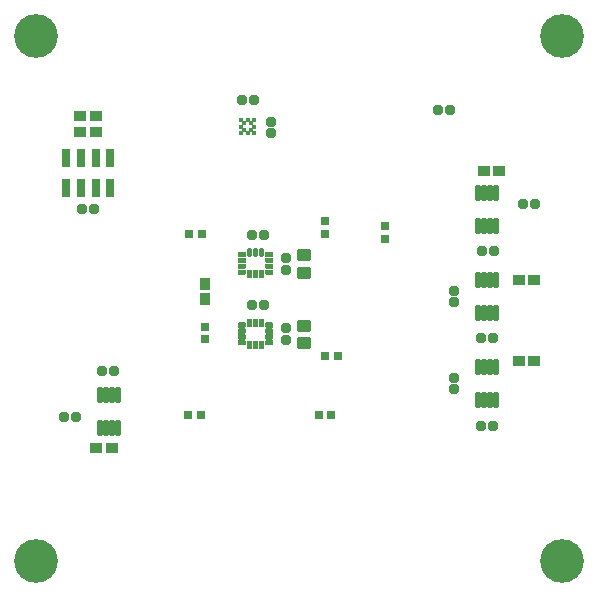
<source format=gbs>
G04*
G04 #@! TF.GenerationSoftware,Altium Limited,Altium Designer,23.7.1 (13)*
G04*
G04 Layer_Color=16711935*
%FSLAX44Y44*%
%MOMM*%
G71*
G04*
G04 #@! TF.SameCoordinates,04D04BC5-F765-4596-8717-98BD9A505975*
G04*
G04*
G04 #@! TF.FilePolarity,Negative*
G04*
G01*
G75*
%ADD20R,0.8000X0.7000*%
G04:AMPARAMS|DCode=39|XSize=0.8032mm|YSize=0.9032mm|CornerRadius=0.1766mm|HoleSize=0mm|Usage=FLASHONLY|Rotation=180.000|XOffset=0mm|YOffset=0mm|HoleType=Round|Shape=RoundedRectangle|*
%AMROUNDEDRECTD39*
21,1,0.8032,0.5500,0,0,180.0*
21,1,0.4500,0.9032,0,0,180.0*
1,1,0.3532,-0.2250,0.2750*
1,1,0.3532,0.2250,0.2750*
1,1,0.3532,0.2250,-0.2750*
1,1,0.3532,-0.2250,-0.2750*
%
%ADD39ROUNDEDRECTD39*%
%ADD48R,0.9000X1.1000*%
%ADD51R,1.1000X0.9000*%
%ADD54R,0.7000X0.8000*%
%ADD57C,3.7033*%
G04:AMPARAMS|DCode=107|XSize=0.59mm|YSize=0.35mm|CornerRadius=0.0875mm|HoleSize=0mm|Usage=FLASHONLY|Rotation=270.000|XOffset=0mm|YOffset=0mm|HoleType=Round|Shape=RoundedRectangle|*
%AMROUNDEDRECTD107*
21,1,0.5900,0.1750,0,0,270.0*
21,1,0.4150,0.3500,0,0,270.0*
1,1,0.1750,-0.0875,-0.2075*
1,1,0.1750,-0.0875,0.2075*
1,1,0.1750,0.0875,0.2075*
1,1,0.1750,0.0875,-0.2075*
%
%ADD107ROUNDEDRECTD107*%
G04:AMPARAMS|DCode=108|XSize=0.59mm|YSize=0.35mm|CornerRadius=0.0875mm|HoleSize=0mm|Usage=FLASHONLY|Rotation=180.000|XOffset=0mm|YOffset=0mm|HoleType=Round|Shape=RoundedRectangle|*
%AMROUNDEDRECTD108*
21,1,0.5900,0.1750,0,0,180.0*
21,1,0.4150,0.3500,0,0,180.0*
1,1,0.1750,-0.2075,0.0875*
1,1,0.1750,0.2075,0.0875*
1,1,0.1750,0.2075,-0.0875*
1,1,0.1750,-0.2075,-0.0875*
%
%ADD108ROUNDEDRECTD108*%
G04:AMPARAMS|DCode=110|XSize=0.8032mm|YSize=0.9032mm|CornerRadius=0.1766mm|HoleSize=0mm|Usage=FLASHONLY|Rotation=90.000|XOffset=0mm|YOffset=0mm|HoleType=Round|Shape=RoundedRectangle|*
%AMROUNDEDRECTD110*
21,1,0.8032,0.5500,0,0,90.0*
21,1,0.4500,0.9032,0,0,90.0*
1,1,0.3532,0.2750,0.2250*
1,1,0.3532,0.2750,-0.2250*
1,1,0.3532,-0.2750,-0.2250*
1,1,0.3532,-0.2750,0.2250*
%
%ADD110ROUNDEDRECTD110*%
G04:AMPARAMS|DCode=111|XSize=1.3232mm|YSize=0.4732mm|CornerRadius=0.1354mm|HoleSize=0mm|Usage=FLASHONLY|Rotation=90.000|XOffset=0mm|YOffset=0mm|HoleType=Round|Shape=RoundedRectangle|*
%AMROUNDEDRECTD111*
21,1,1.3232,0.2025,0,0,90.0*
21,1,1.0525,0.4732,0,0,90.0*
1,1,0.2707,0.1013,0.5263*
1,1,0.2707,0.1013,-0.5263*
1,1,0.2707,-0.1013,-0.5263*
1,1,0.2707,-0.1013,0.5263*
%
%ADD111ROUNDEDRECTD111*%
%ADD112R,0.7016X1.6016*%
G04:AMPARAMS|DCode=113|XSize=1.0032mm|YSize=1.2032mm|CornerRadius=0.2016mm|HoleSize=0mm|Usage=FLASHONLY|Rotation=90.000|XOffset=0mm|YOffset=0mm|HoleType=Round|Shape=RoundedRectangle|*
%AMROUNDEDRECTD113*
21,1,1.0032,0.8000,0,0,90.0*
21,1,0.6000,1.2032,0,0,90.0*
1,1,0.4032,0.4000,0.3000*
1,1,0.4032,0.4000,-0.3000*
1,1,0.4032,-0.4000,-0.3000*
1,1,0.4032,-0.4000,0.3000*
%
%ADD113ROUNDEDRECTD113*%
%ADD114C,0.4032*%
G36*
X-30810Y-18160D02*
X-30740Y-18170D01*
X-30680Y-18180D01*
X-30620Y-18190D01*
X-30550Y-18210D01*
X-30490Y-18230D01*
X-30430Y-18260D01*
X-30370Y-18290D01*
X-30320Y-18320D01*
X-30260Y-18350D01*
X-30210Y-18390D01*
X-30150Y-18430D01*
X-30100Y-18470D01*
X-30060Y-18520D01*
X-30010Y-18560D01*
X-29970Y-18610D01*
X-29930Y-18670D01*
X-29890Y-18720D01*
X-29860Y-18770D01*
X-29830Y-18830D01*
X-29800Y-18890D01*
X-29770Y-18950D01*
X-29750Y-19010D01*
X-29730Y-19080D01*
X-29720Y-19140D01*
X-29710Y-19200D01*
X-29700Y-19270D01*
X-29690Y-19330D01*
Y-19400D01*
Y-23800D01*
Y-23870D01*
X-29700Y-23930D01*
X-29710Y-24000D01*
X-29720Y-24060D01*
X-29730Y-24120D01*
X-29750Y-24190D01*
X-29770Y-24250D01*
X-29800Y-24310D01*
X-29830Y-24370D01*
X-29860Y-24430D01*
X-29890Y-24480D01*
X-29930Y-24530D01*
X-29970Y-24590D01*
X-30010Y-24640D01*
X-30060Y-24680D01*
X-30100Y-24730D01*
X-30150Y-24770D01*
X-30210Y-24810D01*
X-30260Y-24850D01*
X-30320Y-24880D01*
X-30370Y-24910D01*
X-30430Y-24940D01*
X-30490Y-24970D01*
X-30550Y-24990D01*
X-30620Y-25010D01*
X-30680Y-25020D01*
X-30740Y-25030D01*
X-30810Y-25040D01*
X-30870Y-25050D01*
X-33010D01*
X-33070Y-25040D01*
X-33140Y-25030D01*
X-33200Y-25020D01*
X-33260Y-25010D01*
X-33330Y-24990D01*
X-33390Y-24970D01*
X-33450Y-24940D01*
X-33510Y-24910D01*
X-33560Y-24880D01*
X-33620Y-24850D01*
X-33670Y-24810D01*
X-33730Y-24770D01*
X-33780Y-24730D01*
X-33820Y-24680D01*
X-33870Y-24640D01*
X-33910Y-24590D01*
X-33950Y-24530D01*
X-33990Y-24480D01*
X-34020Y-24430D01*
X-34050Y-24370D01*
X-34080Y-24310D01*
X-34110Y-24250D01*
X-34130Y-24190D01*
X-34150Y-24120D01*
X-34160Y-24060D01*
X-34170Y-24000D01*
X-34180Y-23930D01*
X-34190Y-23870D01*
Y-23800D01*
Y-19400D01*
Y-19330D01*
X-34180Y-19270D01*
X-34170Y-19200D01*
X-34160Y-19140D01*
X-34150Y-19080D01*
X-34130Y-19010D01*
X-34110Y-18950D01*
X-34080Y-18890D01*
X-34050Y-18830D01*
X-34020Y-18770D01*
X-33990Y-18720D01*
X-33950Y-18670D01*
X-33910Y-18610D01*
X-33870Y-18560D01*
X-33820Y-18520D01*
X-33780Y-18470D01*
X-33730Y-18430D01*
X-33670Y-18390D01*
X-33620Y-18350D01*
X-33570Y-18320D01*
X-33510Y-18290D01*
X-33450Y-18260D01*
X-33390Y-18230D01*
X-33330Y-18210D01*
X-33260Y-18190D01*
X-33200Y-18180D01*
X-33140Y-18170D01*
X-33070Y-18160D01*
X-33010Y-18150D01*
X-30870D01*
X-30810Y-18160D01*
D02*
G37*
G36*
X-35810D02*
X-35740Y-18170D01*
X-35680Y-18180D01*
X-35620Y-18190D01*
X-35550Y-18210D01*
X-35490Y-18230D01*
X-35430Y-18260D01*
X-35370Y-18290D01*
X-35310Y-18320D01*
X-35260Y-18350D01*
X-35210Y-18390D01*
X-35150Y-18430D01*
X-35100Y-18470D01*
X-35060Y-18520D01*
X-35010Y-18560D01*
X-34970Y-18610D01*
X-34930Y-18670D01*
X-34890Y-18720D01*
X-34860Y-18770D01*
X-34830Y-18830D01*
X-34800Y-18890D01*
X-34770Y-18950D01*
X-34750Y-19010D01*
X-34730Y-19080D01*
X-34720Y-19140D01*
X-34710Y-19200D01*
X-34700Y-19270D01*
X-34690Y-19330D01*
Y-19400D01*
Y-23800D01*
Y-23870D01*
X-34700Y-23930D01*
X-34710Y-24000D01*
X-34720Y-24060D01*
X-34730Y-24120D01*
X-34750Y-24190D01*
X-34770Y-24250D01*
X-34800Y-24310D01*
X-34830Y-24370D01*
X-34860Y-24430D01*
X-34890Y-24480D01*
X-34930Y-24530D01*
X-34970Y-24590D01*
X-35010Y-24640D01*
X-35060Y-24680D01*
X-35100Y-24730D01*
X-35150Y-24770D01*
X-35210Y-24810D01*
X-35260Y-24850D01*
X-35310Y-24880D01*
X-35370Y-24910D01*
X-35430Y-24940D01*
X-35490Y-24970D01*
X-35550Y-24990D01*
X-35620Y-25010D01*
X-35680Y-25020D01*
X-35740Y-25030D01*
X-35810Y-25040D01*
X-35870Y-25050D01*
X-38010D01*
X-38070Y-25040D01*
X-38140Y-25030D01*
X-38200Y-25020D01*
X-38260Y-25010D01*
X-38330Y-24990D01*
X-38390Y-24970D01*
X-38450Y-24940D01*
X-38510Y-24910D01*
X-38560Y-24880D01*
X-38620Y-24850D01*
X-38670Y-24810D01*
X-38730Y-24770D01*
X-38780Y-24730D01*
X-38820Y-24680D01*
X-38870Y-24640D01*
X-38910Y-24590D01*
X-38950Y-24530D01*
X-38990Y-24480D01*
X-39020Y-24430D01*
X-39050Y-24370D01*
X-39080Y-24310D01*
X-39110Y-24250D01*
X-39130Y-24190D01*
X-39150Y-24120D01*
X-39160Y-24060D01*
X-39170Y-24000D01*
X-39180Y-23930D01*
X-39190Y-23870D01*
Y-23800D01*
Y-19400D01*
Y-19330D01*
X-39180Y-19270D01*
X-39170Y-19200D01*
X-39160Y-19140D01*
X-39150Y-19080D01*
X-39130Y-19010D01*
X-39110Y-18950D01*
X-39080Y-18890D01*
X-39050Y-18830D01*
X-39020Y-18770D01*
X-38990Y-18720D01*
X-38950Y-18670D01*
X-38910Y-18610D01*
X-38870Y-18560D01*
X-38820Y-18520D01*
X-38780Y-18470D01*
X-38730Y-18430D01*
X-38670Y-18390D01*
X-38620Y-18350D01*
X-38570Y-18320D01*
X-38510Y-18290D01*
X-38450Y-18260D01*
X-38390Y-18230D01*
X-38330Y-18210D01*
X-38260Y-18190D01*
X-38200Y-18180D01*
X-38140Y-18170D01*
X-38070Y-18160D01*
X-38010Y-18150D01*
X-35870D01*
X-35810Y-18160D01*
D02*
G37*
G36*
X-40810D02*
X-40740Y-18170D01*
X-40680Y-18180D01*
X-40620Y-18190D01*
X-40550Y-18210D01*
X-40490Y-18230D01*
X-40430Y-18260D01*
X-40370Y-18290D01*
X-40320Y-18320D01*
X-40260Y-18350D01*
X-40210Y-18390D01*
X-40150Y-18430D01*
X-40100Y-18470D01*
X-40060Y-18520D01*
X-40010Y-18560D01*
X-39970Y-18610D01*
X-39930Y-18670D01*
X-39890Y-18720D01*
X-39860Y-18770D01*
X-39830Y-18830D01*
X-39800Y-18890D01*
X-39770Y-18950D01*
X-39750Y-19010D01*
X-39730Y-19080D01*
X-39720Y-19140D01*
X-39710Y-19200D01*
X-39700Y-19270D01*
X-39690Y-19330D01*
Y-19400D01*
Y-23800D01*
Y-23870D01*
X-39700Y-23930D01*
X-39710Y-24000D01*
X-39720Y-24060D01*
X-39730Y-24120D01*
X-39750Y-24190D01*
X-39770Y-24250D01*
X-39800Y-24310D01*
X-39830Y-24370D01*
X-39860Y-24430D01*
X-39890Y-24480D01*
X-39930Y-24530D01*
X-39970Y-24590D01*
X-40010Y-24640D01*
X-40060Y-24680D01*
X-40100Y-24730D01*
X-40150Y-24770D01*
X-40210Y-24810D01*
X-40260Y-24850D01*
X-40320Y-24880D01*
X-40370Y-24910D01*
X-40430Y-24940D01*
X-40490Y-24970D01*
X-40550Y-24990D01*
X-40620Y-25010D01*
X-40680Y-25020D01*
X-40740Y-25030D01*
X-40810Y-25040D01*
X-40870Y-25050D01*
X-43010D01*
X-43070Y-25040D01*
X-43140Y-25030D01*
X-43200Y-25020D01*
X-43260Y-25010D01*
X-43330Y-24990D01*
X-43390Y-24970D01*
X-43450Y-24940D01*
X-43510Y-24910D01*
X-43560Y-24880D01*
X-43620Y-24850D01*
X-43670Y-24810D01*
X-43730Y-24770D01*
X-43780Y-24730D01*
X-43820Y-24680D01*
X-43870Y-24640D01*
X-43910Y-24590D01*
X-43950Y-24530D01*
X-43990Y-24480D01*
X-44020Y-24430D01*
X-44050Y-24370D01*
X-44080Y-24310D01*
X-44110Y-24250D01*
X-44130Y-24190D01*
X-44150Y-24120D01*
X-44160Y-24060D01*
X-44170Y-24000D01*
X-44180Y-23930D01*
X-44190Y-23870D01*
Y-23800D01*
Y-19400D01*
Y-19330D01*
X-44180Y-19270D01*
X-44170Y-19200D01*
X-44160Y-19140D01*
X-44150Y-19080D01*
X-44130Y-19010D01*
X-44110Y-18950D01*
X-44080Y-18890D01*
X-44050Y-18830D01*
X-44020Y-18770D01*
X-43990Y-18720D01*
X-43950Y-18670D01*
X-43910Y-18610D01*
X-43870Y-18560D01*
X-43820Y-18520D01*
X-43780Y-18470D01*
X-43730Y-18430D01*
X-43670Y-18390D01*
X-43620Y-18350D01*
X-43570Y-18320D01*
X-43510Y-18290D01*
X-43450Y-18260D01*
X-43390Y-18230D01*
X-43330Y-18210D01*
X-43260Y-18190D01*
X-43200Y-18180D01*
X-43140Y-18170D01*
X-43070Y-18160D01*
X-43010Y-18150D01*
X-40870D01*
X-40810Y-18160D01*
D02*
G37*
G36*
X-22960Y-21010D02*
X-22890Y-21020D01*
X-22830Y-21030D01*
X-22770Y-21040D01*
X-22700Y-21060D01*
X-22640Y-21080D01*
X-22580Y-21110D01*
X-22520Y-21140D01*
X-22460Y-21170D01*
X-22410Y-21200D01*
X-22360Y-21240D01*
X-22300Y-21280D01*
X-22250Y-21320D01*
X-22210Y-21370D01*
X-22160Y-21410D01*
X-22120Y-21460D01*
X-22080Y-21520D01*
X-22040Y-21570D01*
X-22010Y-21630D01*
X-21980Y-21680D01*
X-21950Y-21740D01*
X-21920Y-21800D01*
X-21900Y-21860D01*
X-21880Y-21930D01*
X-21870Y-21990D01*
X-21860Y-22050D01*
X-21850Y-22120D01*
X-21840Y-22180D01*
Y-22250D01*
Y-24250D01*
Y-24320D01*
X-21850Y-24380D01*
X-21860Y-24450D01*
X-21870Y-24510D01*
X-21880Y-24570D01*
X-21900Y-24640D01*
X-21920Y-24700D01*
X-21950Y-24760D01*
X-21980Y-24820D01*
X-22010Y-24870D01*
X-22040Y-24930D01*
X-22080Y-24980D01*
X-22120Y-25040D01*
X-22160Y-25090D01*
X-22210Y-25130D01*
X-22250Y-25180D01*
X-22300Y-25220D01*
X-22360Y-25260D01*
X-22410Y-25300D01*
X-22460Y-25330D01*
X-22520Y-25360D01*
X-22580Y-25390D01*
X-22640Y-25420D01*
X-22700Y-25440D01*
X-22770Y-25460D01*
X-22830Y-25470D01*
X-22890Y-25480D01*
X-22960Y-25490D01*
X-23020Y-25500D01*
X-27560D01*
X-27620Y-25490D01*
X-27690Y-25480D01*
X-27750Y-25470D01*
X-27810Y-25460D01*
X-27880Y-25440D01*
X-27940Y-25420D01*
X-28000Y-25390D01*
X-28060Y-25360D01*
X-28120Y-25330D01*
X-28170Y-25300D01*
X-28220Y-25260D01*
X-28280Y-25220D01*
X-28330Y-25180D01*
X-28370Y-25130D01*
X-28420Y-25090D01*
X-28460Y-25040D01*
X-28500Y-24980D01*
X-28540Y-24930D01*
X-28570Y-24870D01*
X-28600Y-24820D01*
X-28630Y-24760D01*
X-28660Y-24700D01*
X-28680Y-24640D01*
X-28700Y-24570D01*
X-28710Y-24510D01*
X-28720Y-24450D01*
X-28730Y-24380D01*
X-28740Y-24320D01*
Y-24250D01*
Y-22250D01*
Y-22180D01*
X-28730Y-22120D01*
X-28720Y-22050D01*
X-28710Y-21990D01*
X-28700Y-21930D01*
X-28680Y-21860D01*
X-28660Y-21800D01*
X-28630Y-21740D01*
X-28600Y-21680D01*
X-28570Y-21630D01*
X-28540Y-21570D01*
X-28500Y-21520D01*
X-28460Y-21460D01*
X-28420Y-21410D01*
X-28370Y-21370D01*
X-28330Y-21320D01*
X-28280Y-21280D01*
X-28220Y-21240D01*
X-28170Y-21200D01*
X-28120Y-21170D01*
X-28060Y-21140D01*
X-28000Y-21110D01*
X-27940Y-21080D01*
X-27880Y-21060D01*
X-27810Y-21040D01*
X-27750Y-21030D01*
X-27690Y-21020D01*
X-27620Y-21010D01*
X-27560Y-21000D01*
X-23020D01*
X-22960Y-21010D01*
D02*
G37*
G36*
X-46260D02*
X-46190Y-21020D01*
X-46130Y-21030D01*
X-46070Y-21040D01*
X-46000Y-21060D01*
X-45940Y-21080D01*
X-45880Y-21110D01*
X-45820Y-21140D01*
X-45760Y-21170D01*
X-45710Y-21200D01*
X-45660Y-21240D01*
X-45600Y-21280D01*
X-45550Y-21320D01*
X-45510Y-21370D01*
X-45460Y-21410D01*
X-45420Y-21460D01*
X-45380Y-21520D01*
X-45340Y-21570D01*
X-45310Y-21630D01*
X-45280Y-21680D01*
X-45250Y-21740D01*
X-45220Y-21800D01*
X-45200Y-21860D01*
X-45180Y-21930D01*
X-45170Y-21990D01*
X-45160Y-22050D01*
X-45150Y-22120D01*
X-45140Y-22180D01*
Y-22250D01*
Y-24250D01*
Y-24320D01*
X-45150Y-24380D01*
X-45160Y-24450D01*
X-45170Y-24510D01*
X-45180Y-24570D01*
X-45200Y-24640D01*
X-45220Y-24700D01*
X-45250Y-24760D01*
X-45280Y-24820D01*
X-45310Y-24870D01*
X-45340Y-24930D01*
X-45380Y-24980D01*
X-45420Y-25040D01*
X-45460Y-25090D01*
X-45510Y-25130D01*
X-45550Y-25180D01*
X-45600Y-25220D01*
X-45660Y-25260D01*
X-45710Y-25300D01*
X-45760Y-25330D01*
X-45820Y-25360D01*
X-45880Y-25390D01*
X-45940Y-25420D01*
X-46000Y-25440D01*
X-46070Y-25460D01*
X-46130Y-25470D01*
X-46190Y-25480D01*
X-46260Y-25490D01*
X-46320Y-25500D01*
X-50860D01*
X-50920Y-25490D01*
X-50990Y-25480D01*
X-51050Y-25470D01*
X-51110Y-25460D01*
X-51180Y-25440D01*
X-51240Y-25420D01*
X-51300Y-25390D01*
X-51360Y-25360D01*
X-51420Y-25330D01*
X-51470Y-25300D01*
X-51520Y-25260D01*
X-51580Y-25220D01*
X-51630Y-25180D01*
X-51670Y-25130D01*
X-51720Y-25090D01*
X-51760Y-25040D01*
X-51800Y-24980D01*
X-51840Y-24930D01*
X-51870Y-24870D01*
X-51900Y-24820D01*
X-51930Y-24760D01*
X-51960Y-24700D01*
X-51980Y-24640D01*
X-52000Y-24570D01*
X-52010Y-24510D01*
X-52020Y-24450D01*
X-52030Y-24380D01*
X-52040Y-24320D01*
Y-24250D01*
Y-22250D01*
Y-22180D01*
X-52030Y-22120D01*
X-52020Y-22050D01*
X-52010Y-21990D01*
X-52000Y-21930D01*
X-51980Y-21860D01*
X-51960Y-21800D01*
X-51930Y-21740D01*
X-51900Y-21680D01*
X-51870Y-21630D01*
X-51840Y-21570D01*
X-51800Y-21520D01*
X-51760Y-21460D01*
X-51720Y-21410D01*
X-51670Y-21370D01*
X-51630Y-21320D01*
X-51580Y-21280D01*
X-51520Y-21240D01*
X-51470Y-21200D01*
X-51420Y-21170D01*
X-51360Y-21140D01*
X-51300Y-21110D01*
X-51240Y-21080D01*
X-51180Y-21060D01*
X-51110Y-21040D01*
X-51050Y-21030D01*
X-50990Y-21020D01*
X-50920Y-21010D01*
X-50860Y-21000D01*
X-46320D01*
X-46260Y-21010D01*
D02*
G37*
G36*
X-22960Y-26010D02*
X-22890Y-26020D01*
X-22830Y-26030D01*
X-22770Y-26040D01*
X-22700Y-26060D01*
X-22640Y-26080D01*
X-22580Y-26110D01*
X-22520Y-26140D01*
X-22460Y-26170D01*
X-22410Y-26200D01*
X-22360Y-26240D01*
X-22300Y-26280D01*
X-22250Y-26320D01*
X-22210Y-26370D01*
X-22160Y-26410D01*
X-22120Y-26460D01*
X-22080Y-26520D01*
X-22040Y-26570D01*
X-22010Y-26630D01*
X-21980Y-26680D01*
X-21950Y-26740D01*
X-21920Y-26800D01*
X-21900Y-26860D01*
X-21880Y-26930D01*
X-21870Y-26990D01*
X-21860Y-27050D01*
X-21850Y-27120D01*
X-21840Y-27180D01*
Y-27250D01*
Y-29250D01*
Y-29320D01*
X-21850Y-29380D01*
X-21860Y-29450D01*
X-21870Y-29510D01*
X-21880Y-29570D01*
X-21900Y-29640D01*
X-21920Y-29700D01*
X-21950Y-29760D01*
X-21980Y-29820D01*
X-22010Y-29870D01*
X-22040Y-29930D01*
X-22080Y-29980D01*
X-22120Y-30040D01*
X-22160Y-30090D01*
X-22210Y-30130D01*
X-22250Y-30180D01*
X-22300Y-30220D01*
X-22360Y-30260D01*
X-22410Y-30300D01*
X-22460Y-30330D01*
X-22520Y-30360D01*
X-22580Y-30390D01*
X-22640Y-30420D01*
X-22700Y-30440D01*
X-22770Y-30460D01*
X-22830Y-30470D01*
X-22890Y-30480D01*
X-22960Y-30490D01*
X-23020Y-30500D01*
X-27560D01*
X-27620Y-30490D01*
X-27690Y-30480D01*
X-27750Y-30470D01*
X-27810Y-30460D01*
X-27880Y-30440D01*
X-27940Y-30420D01*
X-28000Y-30390D01*
X-28060Y-30360D01*
X-28120Y-30330D01*
X-28170Y-30300D01*
X-28220Y-30260D01*
X-28280Y-30220D01*
X-28330Y-30180D01*
X-28370Y-30130D01*
X-28420Y-30090D01*
X-28460Y-30040D01*
X-28500Y-29980D01*
X-28540Y-29930D01*
X-28570Y-29870D01*
X-28600Y-29820D01*
X-28630Y-29760D01*
X-28660Y-29700D01*
X-28680Y-29640D01*
X-28700Y-29570D01*
X-28710Y-29510D01*
X-28720Y-29450D01*
X-28730Y-29380D01*
X-28740Y-29320D01*
Y-29250D01*
Y-27250D01*
Y-27180D01*
X-28730Y-27120D01*
X-28720Y-27050D01*
X-28710Y-26990D01*
X-28700Y-26930D01*
X-28680Y-26860D01*
X-28660Y-26800D01*
X-28630Y-26740D01*
X-28600Y-26680D01*
X-28570Y-26630D01*
X-28540Y-26570D01*
X-28500Y-26520D01*
X-28460Y-26460D01*
X-28420Y-26410D01*
X-28370Y-26370D01*
X-28330Y-26320D01*
X-28280Y-26280D01*
X-28220Y-26240D01*
X-28170Y-26200D01*
X-28120Y-26170D01*
X-28060Y-26140D01*
X-28000Y-26110D01*
X-27940Y-26080D01*
X-27880Y-26060D01*
X-27810Y-26040D01*
X-27750Y-26030D01*
X-27690Y-26020D01*
X-27620Y-26010D01*
X-27560Y-26000D01*
X-23020D01*
X-22960Y-26010D01*
D02*
G37*
G36*
X-46260D02*
X-46190Y-26020D01*
X-46130Y-26030D01*
X-46070Y-26040D01*
X-46000Y-26060D01*
X-45940Y-26080D01*
X-45880Y-26110D01*
X-45820Y-26140D01*
X-45760Y-26170D01*
X-45710Y-26200D01*
X-45660Y-26240D01*
X-45600Y-26280D01*
X-45550Y-26320D01*
X-45510Y-26370D01*
X-45460Y-26410D01*
X-45420Y-26460D01*
X-45380Y-26520D01*
X-45340Y-26570D01*
X-45310Y-26630D01*
X-45280Y-26680D01*
X-45250Y-26740D01*
X-45220Y-26800D01*
X-45200Y-26860D01*
X-45180Y-26930D01*
X-45170Y-26990D01*
X-45160Y-27050D01*
X-45150Y-27120D01*
X-45140Y-27180D01*
Y-27250D01*
Y-29250D01*
Y-29320D01*
X-45150Y-29380D01*
X-45160Y-29450D01*
X-45170Y-29510D01*
X-45180Y-29570D01*
X-45200Y-29640D01*
X-45220Y-29700D01*
X-45250Y-29760D01*
X-45280Y-29820D01*
X-45310Y-29870D01*
X-45340Y-29930D01*
X-45380Y-29980D01*
X-45420Y-30040D01*
X-45460Y-30090D01*
X-45510Y-30130D01*
X-45550Y-30180D01*
X-45600Y-30220D01*
X-45660Y-30260D01*
X-45710Y-30300D01*
X-45760Y-30330D01*
X-45820Y-30360D01*
X-45880Y-30390D01*
X-45940Y-30420D01*
X-46000Y-30440D01*
X-46070Y-30460D01*
X-46130Y-30470D01*
X-46190Y-30480D01*
X-46260Y-30490D01*
X-46320Y-30500D01*
X-50860D01*
X-50920Y-30490D01*
X-50990Y-30480D01*
X-51050Y-30470D01*
X-51110Y-30460D01*
X-51180Y-30440D01*
X-51240Y-30420D01*
X-51300Y-30390D01*
X-51360Y-30360D01*
X-51420Y-30330D01*
X-51470Y-30300D01*
X-51520Y-30260D01*
X-51580Y-30220D01*
X-51630Y-30180D01*
X-51670Y-30130D01*
X-51720Y-30090D01*
X-51760Y-30040D01*
X-51800Y-29980D01*
X-51840Y-29930D01*
X-51870Y-29870D01*
X-51900Y-29820D01*
X-51930Y-29760D01*
X-51960Y-29700D01*
X-51980Y-29640D01*
X-52000Y-29570D01*
X-52010Y-29510D01*
X-52020Y-29450D01*
X-52030Y-29380D01*
X-52040Y-29320D01*
Y-29250D01*
Y-27250D01*
Y-27180D01*
X-52030Y-27120D01*
X-52020Y-27050D01*
X-52010Y-26990D01*
X-52000Y-26930D01*
X-51980Y-26860D01*
X-51960Y-26800D01*
X-51930Y-26740D01*
X-51900Y-26680D01*
X-51870Y-26630D01*
X-51840Y-26570D01*
X-51800Y-26520D01*
X-51760Y-26460D01*
X-51720Y-26410D01*
X-51670Y-26370D01*
X-51630Y-26320D01*
X-51580Y-26280D01*
X-51520Y-26240D01*
X-51470Y-26200D01*
X-51420Y-26170D01*
X-51360Y-26140D01*
X-51300Y-26110D01*
X-51240Y-26080D01*
X-51180Y-26060D01*
X-51110Y-26040D01*
X-51050Y-26030D01*
X-50990Y-26020D01*
X-50920Y-26010D01*
X-50860Y-26000D01*
X-46320D01*
X-46260Y-26010D01*
D02*
G37*
G36*
X-22960Y-31010D02*
X-22890Y-31020D01*
X-22830Y-31030D01*
X-22770Y-31040D01*
X-22700Y-31060D01*
X-22640Y-31080D01*
X-22580Y-31110D01*
X-22520Y-31140D01*
X-22460Y-31170D01*
X-22410Y-31200D01*
X-22360Y-31240D01*
X-22300Y-31280D01*
X-22250Y-31320D01*
X-22210Y-31370D01*
X-22160Y-31410D01*
X-22120Y-31460D01*
X-22080Y-31520D01*
X-22040Y-31570D01*
X-22010Y-31630D01*
X-21980Y-31680D01*
X-21950Y-31740D01*
X-21920Y-31800D01*
X-21900Y-31860D01*
X-21880Y-31930D01*
X-21870Y-31990D01*
X-21860Y-32050D01*
X-21850Y-32120D01*
X-21840Y-32180D01*
Y-32250D01*
Y-34250D01*
Y-34320D01*
X-21850Y-34380D01*
X-21860Y-34450D01*
X-21870Y-34510D01*
X-21880Y-34570D01*
X-21900Y-34640D01*
X-21920Y-34700D01*
X-21950Y-34760D01*
X-21980Y-34820D01*
X-22010Y-34870D01*
X-22040Y-34930D01*
X-22080Y-34980D01*
X-22120Y-35040D01*
X-22160Y-35090D01*
X-22210Y-35130D01*
X-22250Y-35180D01*
X-22300Y-35220D01*
X-22360Y-35260D01*
X-22410Y-35300D01*
X-22460Y-35330D01*
X-22520Y-35360D01*
X-22580Y-35390D01*
X-22640Y-35420D01*
X-22700Y-35440D01*
X-22770Y-35460D01*
X-22830Y-35470D01*
X-22890Y-35480D01*
X-22960Y-35490D01*
X-23020Y-35500D01*
X-27560D01*
X-27620Y-35490D01*
X-27690Y-35480D01*
X-27750Y-35470D01*
X-27810Y-35460D01*
X-27880Y-35440D01*
X-27940Y-35420D01*
X-28000Y-35390D01*
X-28060Y-35360D01*
X-28120Y-35330D01*
X-28170Y-35300D01*
X-28220Y-35260D01*
X-28280Y-35220D01*
X-28330Y-35180D01*
X-28370Y-35130D01*
X-28420Y-35090D01*
X-28460Y-35040D01*
X-28500Y-34980D01*
X-28540Y-34930D01*
X-28570Y-34870D01*
X-28600Y-34820D01*
X-28630Y-34760D01*
X-28660Y-34700D01*
X-28680Y-34640D01*
X-28700Y-34570D01*
X-28710Y-34510D01*
X-28720Y-34450D01*
X-28730Y-34380D01*
X-28740Y-34320D01*
Y-34250D01*
Y-32250D01*
Y-32180D01*
X-28730Y-32120D01*
X-28720Y-32050D01*
X-28710Y-31990D01*
X-28700Y-31930D01*
X-28680Y-31860D01*
X-28660Y-31800D01*
X-28630Y-31740D01*
X-28600Y-31680D01*
X-28570Y-31630D01*
X-28540Y-31570D01*
X-28500Y-31520D01*
X-28460Y-31460D01*
X-28420Y-31410D01*
X-28370Y-31370D01*
X-28330Y-31320D01*
X-28280Y-31280D01*
X-28220Y-31240D01*
X-28170Y-31200D01*
X-28120Y-31170D01*
X-28060Y-31140D01*
X-28000Y-31110D01*
X-27940Y-31080D01*
X-27880Y-31060D01*
X-27810Y-31040D01*
X-27750Y-31030D01*
X-27690Y-31020D01*
X-27620Y-31010D01*
X-27560Y-31000D01*
X-23020D01*
X-22960Y-31010D01*
D02*
G37*
G36*
X-46260D02*
X-46190Y-31020D01*
X-46130Y-31030D01*
X-46070Y-31040D01*
X-46000Y-31060D01*
X-45940Y-31080D01*
X-45880Y-31110D01*
X-45820Y-31140D01*
X-45760Y-31170D01*
X-45710Y-31200D01*
X-45660Y-31240D01*
X-45600Y-31280D01*
X-45550Y-31320D01*
X-45510Y-31370D01*
X-45460Y-31410D01*
X-45420Y-31460D01*
X-45380Y-31520D01*
X-45340Y-31570D01*
X-45310Y-31630D01*
X-45280Y-31680D01*
X-45250Y-31740D01*
X-45220Y-31800D01*
X-45200Y-31860D01*
X-45180Y-31930D01*
X-45170Y-31990D01*
X-45160Y-32050D01*
X-45150Y-32120D01*
X-45140Y-32180D01*
Y-32250D01*
Y-34250D01*
Y-34320D01*
X-45150Y-34380D01*
X-45160Y-34450D01*
X-45170Y-34510D01*
X-45180Y-34570D01*
X-45200Y-34640D01*
X-45220Y-34700D01*
X-45250Y-34760D01*
X-45280Y-34820D01*
X-45310Y-34870D01*
X-45340Y-34930D01*
X-45380Y-34980D01*
X-45420Y-35040D01*
X-45460Y-35090D01*
X-45510Y-35130D01*
X-45550Y-35180D01*
X-45600Y-35220D01*
X-45660Y-35260D01*
X-45710Y-35300D01*
X-45760Y-35330D01*
X-45820Y-35360D01*
X-45880Y-35390D01*
X-45940Y-35420D01*
X-46000Y-35440D01*
X-46070Y-35460D01*
X-46130Y-35470D01*
X-46190Y-35480D01*
X-46260Y-35490D01*
X-46320Y-35500D01*
X-50860D01*
X-50920Y-35490D01*
X-50990Y-35480D01*
X-51050Y-35470D01*
X-51110Y-35460D01*
X-51180Y-35440D01*
X-51240Y-35420D01*
X-51300Y-35390D01*
X-51360Y-35360D01*
X-51420Y-35330D01*
X-51470Y-35300D01*
X-51520Y-35260D01*
X-51580Y-35220D01*
X-51630Y-35180D01*
X-51670Y-35130D01*
X-51720Y-35090D01*
X-51760Y-35040D01*
X-51800Y-34980D01*
X-51840Y-34930D01*
X-51870Y-34870D01*
X-51900Y-34820D01*
X-51930Y-34760D01*
X-51960Y-34700D01*
X-51980Y-34640D01*
X-52000Y-34570D01*
X-52010Y-34510D01*
X-52020Y-34450D01*
X-52030Y-34380D01*
X-52040Y-34320D01*
Y-34250D01*
Y-32250D01*
Y-32180D01*
X-52030Y-32120D01*
X-52020Y-32050D01*
X-52010Y-31990D01*
X-52000Y-31930D01*
X-51980Y-31860D01*
X-51960Y-31800D01*
X-51930Y-31740D01*
X-51900Y-31680D01*
X-51870Y-31630D01*
X-51840Y-31570D01*
X-51800Y-31520D01*
X-51760Y-31460D01*
X-51720Y-31410D01*
X-51670Y-31370D01*
X-51630Y-31320D01*
X-51580Y-31280D01*
X-51520Y-31240D01*
X-51470Y-31200D01*
X-51420Y-31170D01*
X-51360Y-31140D01*
X-51300Y-31110D01*
X-51240Y-31080D01*
X-51180Y-31060D01*
X-51110Y-31040D01*
X-51050Y-31030D01*
X-50990Y-31020D01*
X-50920Y-31010D01*
X-50860Y-31000D01*
X-46320D01*
X-46260Y-31010D01*
D02*
G37*
G36*
X-22960Y-36010D02*
X-22890Y-36020D01*
X-22830Y-36030D01*
X-22770Y-36040D01*
X-22700Y-36060D01*
X-22640Y-36080D01*
X-22580Y-36110D01*
X-22520Y-36140D01*
X-22460Y-36170D01*
X-22410Y-36200D01*
X-22360Y-36240D01*
X-22300Y-36280D01*
X-22250Y-36320D01*
X-22210Y-36370D01*
X-22160Y-36410D01*
X-22120Y-36460D01*
X-22080Y-36520D01*
X-22040Y-36570D01*
X-22010Y-36630D01*
X-21980Y-36680D01*
X-21950Y-36740D01*
X-21920Y-36800D01*
X-21900Y-36860D01*
X-21880Y-36930D01*
X-21870Y-36990D01*
X-21860Y-37050D01*
X-21850Y-37120D01*
X-21840Y-37180D01*
Y-37250D01*
Y-39250D01*
Y-39320D01*
X-21850Y-39380D01*
X-21860Y-39450D01*
X-21870Y-39510D01*
X-21880Y-39570D01*
X-21900Y-39640D01*
X-21920Y-39700D01*
X-21950Y-39760D01*
X-21980Y-39820D01*
X-22010Y-39870D01*
X-22040Y-39930D01*
X-22080Y-39980D01*
X-22120Y-40040D01*
X-22160Y-40090D01*
X-22210Y-40130D01*
X-22250Y-40180D01*
X-22300Y-40220D01*
X-22360Y-40260D01*
X-22410Y-40300D01*
X-22460Y-40330D01*
X-22520Y-40360D01*
X-22580Y-40390D01*
X-22640Y-40420D01*
X-22700Y-40440D01*
X-22770Y-40460D01*
X-22830Y-40470D01*
X-22890Y-40480D01*
X-22960Y-40490D01*
X-23020Y-40500D01*
X-27560D01*
X-27620Y-40490D01*
X-27690Y-40480D01*
X-27750Y-40470D01*
X-27810Y-40460D01*
X-27880Y-40440D01*
X-27940Y-40420D01*
X-28000Y-40390D01*
X-28060Y-40360D01*
X-28120Y-40330D01*
X-28170Y-40300D01*
X-28220Y-40260D01*
X-28280Y-40220D01*
X-28330Y-40180D01*
X-28370Y-40130D01*
X-28420Y-40090D01*
X-28460Y-40040D01*
X-28500Y-39980D01*
X-28540Y-39930D01*
X-28570Y-39870D01*
X-28600Y-39820D01*
X-28630Y-39760D01*
X-28660Y-39700D01*
X-28680Y-39640D01*
X-28700Y-39570D01*
X-28710Y-39510D01*
X-28720Y-39450D01*
X-28730Y-39380D01*
X-28740Y-39320D01*
Y-39250D01*
Y-37250D01*
Y-37180D01*
X-28730Y-37120D01*
X-28720Y-37050D01*
X-28710Y-36990D01*
X-28700Y-36930D01*
X-28680Y-36860D01*
X-28660Y-36800D01*
X-28630Y-36740D01*
X-28600Y-36680D01*
X-28570Y-36630D01*
X-28540Y-36570D01*
X-28500Y-36520D01*
X-28460Y-36460D01*
X-28420Y-36410D01*
X-28370Y-36370D01*
X-28330Y-36320D01*
X-28280Y-36280D01*
X-28220Y-36240D01*
X-28170Y-36200D01*
X-28120Y-36170D01*
X-28060Y-36140D01*
X-28000Y-36110D01*
X-27940Y-36080D01*
X-27880Y-36060D01*
X-27810Y-36040D01*
X-27750Y-36030D01*
X-27690Y-36020D01*
X-27620Y-36010D01*
X-27560Y-36000D01*
X-23020D01*
X-22960Y-36010D01*
D02*
G37*
G36*
X-46260D02*
X-46190Y-36020D01*
X-46130Y-36030D01*
X-46070Y-36040D01*
X-46000Y-36060D01*
X-45940Y-36080D01*
X-45880Y-36110D01*
X-45820Y-36140D01*
X-45760Y-36170D01*
X-45710Y-36200D01*
X-45660Y-36240D01*
X-45600Y-36280D01*
X-45550Y-36320D01*
X-45510Y-36370D01*
X-45460Y-36410D01*
X-45420Y-36460D01*
X-45380Y-36520D01*
X-45340Y-36570D01*
X-45310Y-36630D01*
X-45280Y-36680D01*
X-45250Y-36740D01*
X-45220Y-36800D01*
X-45200Y-36860D01*
X-45180Y-36930D01*
X-45170Y-36990D01*
X-45160Y-37050D01*
X-45150Y-37120D01*
X-45140Y-37180D01*
Y-37250D01*
Y-39250D01*
Y-39320D01*
X-45150Y-39380D01*
X-45160Y-39450D01*
X-45170Y-39510D01*
X-45180Y-39570D01*
X-45200Y-39640D01*
X-45220Y-39700D01*
X-45250Y-39760D01*
X-45280Y-39820D01*
X-45310Y-39870D01*
X-45340Y-39930D01*
X-45380Y-39980D01*
X-45420Y-40040D01*
X-45460Y-40090D01*
X-45510Y-40130D01*
X-45550Y-40180D01*
X-45600Y-40220D01*
X-45660Y-40260D01*
X-45710Y-40300D01*
X-45760Y-40330D01*
X-45820Y-40360D01*
X-45880Y-40390D01*
X-45940Y-40420D01*
X-46000Y-40440D01*
X-46070Y-40460D01*
X-46130Y-40470D01*
X-46190Y-40480D01*
X-46260Y-40490D01*
X-46320Y-40500D01*
X-50860D01*
X-50920Y-40490D01*
X-50990Y-40480D01*
X-51050Y-40470D01*
X-51110Y-40460D01*
X-51180Y-40440D01*
X-51240Y-40420D01*
X-51300Y-40390D01*
X-51360Y-40360D01*
X-51420Y-40330D01*
X-51470Y-40300D01*
X-51520Y-40260D01*
X-51580Y-40220D01*
X-51630Y-40180D01*
X-51670Y-40130D01*
X-51720Y-40090D01*
X-51760Y-40040D01*
X-51800Y-39980D01*
X-51840Y-39930D01*
X-51870Y-39870D01*
X-51900Y-39820D01*
X-51930Y-39760D01*
X-51960Y-39700D01*
X-51980Y-39640D01*
X-52000Y-39570D01*
X-52010Y-39510D01*
X-52020Y-39450D01*
X-52030Y-39380D01*
X-52040Y-39320D01*
Y-39250D01*
Y-37250D01*
Y-37180D01*
X-52030Y-37120D01*
X-52020Y-37050D01*
X-52010Y-36990D01*
X-52000Y-36930D01*
X-51980Y-36860D01*
X-51960Y-36800D01*
X-51930Y-36740D01*
X-51900Y-36680D01*
X-51870Y-36630D01*
X-51840Y-36570D01*
X-51800Y-36520D01*
X-51760Y-36460D01*
X-51720Y-36410D01*
X-51670Y-36370D01*
X-51630Y-36320D01*
X-51580Y-36280D01*
X-51520Y-36240D01*
X-51470Y-36200D01*
X-51420Y-36170D01*
X-51360Y-36140D01*
X-51300Y-36110D01*
X-51240Y-36080D01*
X-51180Y-36060D01*
X-51110Y-36040D01*
X-51050Y-36030D01*
X-50990Y-36020D01*
X-50920Y-36010D01*
X-50860Y-36000D01*
X-46320D01*
X-46260Y-36010D01*
D02*
G37*
G36*
X-30810Y-36460D02*
X-30740Y-36470D01*
X-30680Y-36480D01*
X-30620Y-36490D01*
X-30550Y-36510D01*
X-30490Y-36530D01*
X-30430Y-36560D01*
X-30370Y-36590D01*
X-30320Y-36620D01*
X-30260Y-36650D01*
X-30210Y-36690D01*
X-30150Y-36730D01*
X-30100Y-36770D01*
X-30060Y-36820D01*
X-30010Y-36860D01*
X-29970Y-36910D01*
X-29930Y-36970D01*
X-29890Y-37020D01*
X-29860Y-37070D01*
X-29830Y-37130D01*
X-29800Y-37190D01*
X-29770Y-37250D01*
X-29750Y-37310D01*
X-29730Y-37380D01*
X-29720Y-37440D01*
X-29710Y-37500D01*
X-29700Y-37570D01*
X-29690Y-37630D01*
Y-37700D01*
Y-42100D01*
Y-42170D01*
X-29700Y-42230D01*
X-29710Y-42300D01*
X-29720Y-42360D01*
X-29730Y-42420D01*
X-29750Y-42490D01*
X-29770Y-42550D01*
X-29800Y-42610D01*
X-29830Y-42670D01*
X-29860Y-42730D01*
X-29890Y-42780D01*
X-29930Y-42830D01*
X-29970Y-42890D01*
X-30010Y-42940D01*
X-30060Y-42980D01*
X-30100Y-43030D01*
X-30150Y-43070D01*
X-30210Y-43110D01*
X-30260Y-43150D01*
X-30320Y-43180D01*
X-30370Y-43210D01*
X-30430Y-43240D01*
X-30490Y-43270D01*
X-30550Y-43290D01*
X-30620Y-43310D01*
X-30680Y-43320D01*
X-30740Y-43330D01*
X-30810Y-43340D01*
X-30870Y-43350D01*
X-33010D01*
X-33070Y-43340D01*
X-33140Y-43330D01*
X-33200Y-43320D01*
X-33260Y-43310D01*
X-33330Y-43290D01*
X-33390Y-43270D01*
X-33450Y-43240D01*
X-33510Y-43210D01*
X-33560Y-43180D01*
X-33620Y-43150D01*
X-33670Y-43110D01*
X-33730Y-43070D01*
X-33780Y-43030D01*
X-33820Y-42980D01*
X-33870Y-42940D01*
X-33910Y-42890D01*
X-33950Y-42830D01*
X-33990Y-42780D01*
X-34020Y-42730D01*
X-34050Y-42670D01*
X-34080Y-42610D01*
X-34110Y-42550D01*
X-34130Y-42490D01*
X-34150Y-42420D01*
X-34160Y-42360D01*
X-34170Y-42300D01*
X-34180Y-42230D01*
X-34190Y-42170D01*
Y-42100D01*
Y-37700D01*
Y-37630D01*
X-34180Y-37570D01*
X-34170Y-37500D01*
X-34160Y-37440D01*
X-34150Y-37380D01*
X-34130Y-37310D01*
X-34110Y-37250D01*
X-34080Y-37190D01*
X-34050Y-37130D01*
X-34020Y-37070D01*
X-33990Y-37020D01*
X-33950Y-36970D01*
X-33910Y-36910D01*
X-33870Y-36860D01*
X-33820Y-36820D01*
X-33780Y-36770D01*
X-33730Y-36730D01*
X-33670Y-36690D01*
X-33620Y-36650D01*
X-33570Y-36620D01*
X-33510Y-36590D01*
X-33450Y-36560D01*
X-33390Y-36530D01*
X-33330Y-36510D01*
X-33260Y-36490D01*
X-33200Y-36480D01*
X-33140Y-36470D01*
X-33070Y-36460D01*
X-33010Y-36450D01*
X-30870D01*
X-30810Y-36460D01*
D02*
G37*
G36*
X-35810D02*
X-35740Y-36470D01*
X-35680Y-36480D01*
X-35620Y-36490D01*
X-35550Y-36510D01*
X-35490Y-36530D01*
X-35430Y-36560D01*
X-35370Y-36590D01*
X-35310Y-36620D01*
X-35260Y-36650D01*
X-35210Y-36690D01*
X-35150Y-36730D01*
X-35100Y-36770D01*
X-35060Y-36820D01*
X-35010Y-36860D01*
X-34970Y-36910D01*
X-34930Y-36970D01*
X-34890Y-37020D01*
X-34860Y-37070D01*
X-34830Y-37130D01*
X-34800Y-37190D01*
X-34770Y-37250D01*
X-34750Y-37310D01*
X-34730Y-37380D01*
X-34720Y-37440D01*
X-34710Y-37500D01*
X-34700Y-37570D01*
X-34690Y-37630D01*
Y-37700D01*
Y-42100D01*
Y-42170D01*
X-34700Y-42230D01*
X-34710Y-42300D01*
X-34720Y-42360D01*
X-34730Y-42420D01*
X-34750Y-42490D01*
X-34770Y-42550D01*
X-34800Y-42610D01*
X-34830Y-42670D01*
X-34860Y-42730D01*
X-34890Y-42780D01*
X-34930Y-42830D01*
X-34970Y-42890D01*
X-35010Y-42940D01*
X-35060Y-42980D01*
X-35100Y-43030D01*
X-35150Y-43070D01*
X-35210Y-43110D01*
X-35260Y-43150D01*
X-35310Y-43180D01*
X-35370Y-43210D01*
X-35430Y-43240D01*
X-35490Y-43270D01*
X-35550Y-43290D01*
X-35620Y-43310D01*
X-35680Y-43320D01*
X-35740Y-43330D01*
X-35810Y-43340D01*
X-35870Y-43350D01*
X-38010D01*
X-38070Y-43340D01*
X-38140Y-43330D01*
X-38200Y-43320D01*
X-38260Y-43310D01*
X-38330Y-43290D01*
X-38390Y-43270D01*
X-38450Y-43240D01*
X-38510Y-43210D01*
X-38560Y-43180D01*
X-38620Y-43150D01*
X-38670Y-43110D01*
X-38730Y-43070D01*
X-38780Y-43030D01*
X-38820Y-42980D01*
X-38870Y-42940D01*
X-38910Y-42890D01*
X-38950Y-42830D01*
X-38990Y-42780D01*
X-39020Y-42730D01*
X-39050Y-42670D01*
X-39080Y-42610D01*
X-39110Y-42550D01*
X-39130Y-42490D01*
X-39150Y-42420D01*
X-39160Y-42360D01*
X-39170Y-42300D01*
X-39180Y-42230D01*
X-39190Y-42170D01*
Y-42100D01*
Y-37700D01*
Y-37630D01*
X-39180Y-37570D01*
X-39170Y-37500D01*
X-39160Y-37440D01*
X-39150Y-37380D01*
X-39130Y-37310D01*
X-39110Y-37250D01*
X-39080Y-37190D01*
X-39050Y-37130D01*
X-39020Y-37070D01*
X-38990Y-37020D01*
X-38950Y-36970D01*
X-38910Y-36910D01*
X-38870Y-36860D01*
X-38820Y-36820D01*
X-38780Y-36770D01*
X-38730Y-36730D01*
X-38670Y-36690D01*
X-38620Y-36650D01*
X-38570Y-36620D01*
X-38510Y-36590D01*
X-38450Y-36560D01*
X-38390Y-36530D01*
X-38330Y-36510D01*
X-38260Y-36490D01*
X-38200Y-36480D01*
X-38140Y-36470D01*
X-38070Y-36460D01*
X-38010Y-36450D01*
X-35870D01*
X-35810Y-36460D01*
D02*
G37*
G36*
X-40810D02*
X-40740Y-36470D01*
X-40680Y-36480D01*
X-40620Y-36490D01*
X-40550Y-36510D01*
X-40490Y-36530D01*
X-40430Y-36560D01*
X-40370Y-36590D01*
X-40320Y-36620D01*
X-40260Y-36650D01*
X-40210Y-36690D01*
X-40150Y-36730D01*
X-40100Y-36770D01*
X-40060Y-36820D01*
X-40010Y-36860D01*
X-39970Y-36910D01*
X-39930Y-36970D01*
X-39890Y-37020D01*
X-39860Y-37070D01*
X-39830Y-37130D01*
X-39800Y-37190D01*
X-39770Y-37250D01*
X-39750Y-37310D01*
X-39730Y-37380D01*
X-39720Y-37440D01*
X-39710Y-37500D01*
X-39700Y-37570D01*
X-39690Y-37630D01*
Y-37700D01*
Y-42100D01*
Y-42170D01*
X-39700Y-42230D01*
X-39710Y-42300D01*
X-39720Y-42360D01*
X-39730Y-42420D01*
X-39750Y-42490D01*
X-39770Y-42550D01*
X-39800Y-42610D01*
X-39830Y-42670D01*
X-39860Y-42730D01*
X-39890Y-42780D01*
X-39930Y-42830D01*
X-39970Y-42890D01*
X-40010Y-42940D01*
X-40060Y-42980D01*
X-40100Y-43030D01*
X-40150Y-43070D01*
X-40210Y-43110D01*
X-40260Y-43150D01*
X-40320Y-43180D01*
X-40370Y-43210D01*
X-40430Y-43240D01*
X-40490Y-43270D01*
X-40550Y-43290D01*
X-40620Y-43310D01*
X-40680Y-43320D01*
X-40740Y-43330D01*
X-40810Y-43340D01*
X-40870Y-43350D01*
X-43010D01*
X-43070Y-43340D01*
X-43140Y-43330D01*
X-43200Y-43320D01*
X-43260Y-43310D01*
X-43330Y-43290D01*
X-43390Y-43270D01*
X-43450Y-43240D01*
X-43510Y-43210D01*
X-43560Y-43180D01*
X-43620Y-43150D01*
X-43670Y-43110D01*
X-43730Y-43070D01*
X-43780Y-43030D01*
X-43820Y-42980D01*
X-43870Y-42940D01*
X-43910Y-42890D01*
X-43950Y-42830D01*
X-43990Y-42780D01*
X-44020Y-42730D01*
X-44050Y-42670D01*
X-44080Y-42610D01*
X-44110Y-42550D01*
X-44130Y-42490D01*
X-44150Y-42420D01*
X-44160Y-42360D01*
X-44170Y-42300D01*
X-44180Y-42230D01*
X-44190Y-42170D01*
Y-42100D01*
Y-37700D01*
Y-37630D01*
X-44180Y-37570D01*
X-44170Y-37500D01*
X-44160Y-37440D01*
X-44150Y-37380D01*
X-44130Y-37310D01*
X-44110Y-37250D01*
X-44080Y-37190D01*
X-44050Y-37130D01*
X-44020Y-37070D01*
X-43990Y-37020D01*
X-43950Y-36970D01*
X-43910Y-36910D01*
X-43870Y-36860D01*
X-43820Y-36820D01*
X-43780Y-36770D01*
X-43730Y-36730D01*
X-43670Y-36690D01*
X-43620Y-36650D01*
X-43570Y-36620D01*
X-43510Y-36590D01*
X-43450Y-36560D01*
X-43390Y-36530D01*
X-43330Y-36510D01*
X-43260Y-36490D01*
X-43200Y-36480D01*
X-43140Y-36470D01*
X-43070Y-36460D01*
X-43010Y-36450D01*
X-40870D01*
X-40810Y-36460D01*
D02*
G37*
G36*
X-30810Y41650D02*
X-30740Y41640D01*
X-30680Y41630D01*
X-30620Y41620D01*
X-30550Y41600D01*
X-30490Y41580D01*
X-30430Y41550D01*
X-30370Y41520D01*
X-30320Y41490D01*
X-30260Y41460D01*
X-30210Y41420D01*
X-30150Y41380D01*
X-30100Y41340D01*
X-30060Y41290D01*
X-30010Y41250D01*
X-29970Y41200D01*
X-29930Y41140D01*
X-29890Y41090D01*
X-29860Y41040D01*
X-29830Y40980D01*
X-29800Y40920D01*
X-29770Y40860D01*
X-29750Y40800D01*
X-29730Y40730D01*
X-29720Y40670D01*
X-29710Y40610D01*
X-29700Y40540D01*
X-29690Y40480D01*
Y40410D01*
Y36010D01*
Y35940D01*
X-29700Y35880D01*
X-29710Y35810D01*
X-29720Y35750D01*
X-29730Y35690D01*
X-29750Y35620D01*
X-29770Y35560D01*
X-29800Y35500D01*
X-29830Y35440D01*
X-29860Y35380D01*
X-29890Y35330D01*
X-29930Y35280D01*
X-29970Y35220D01*
X-30010Y35170D01*
X-30060Y35130D01*
X-30100Y35080D01*
X-30150Y35040D01*
X-30210Y35000D01*
X-30260Y34960D01*
X-30320Y34930D01*
X-30370Y34900D01*
X-30430Y34870D01*
X-30490Y34840D01*
X-30550Y34820D01*
X-30620Y34800D01*
X-30680Y34790D01*
X-30740Y34780D01*
X-30810Y34770D01*
X-30870Y34760D01*
X-33010D01*
X-33070Y34770D01*
X-33140Y34780D01*
X-33200Y34790D01*
X-33260Y34800D01*
X-33330Y34820D01*
X-33390Y34840D01*
X-33450Y34870D01*
X-33510Y34900D01*
X-33560Y34930D01*
X-33620Y34960D01*
X-33670Y35000D01*
X-33730Y35040D01*
X-33780Y35080D01*
X-33820Y35130D01*
X-33870Y35170D01*
X-33910Y35220D01*
X-33950Y35280D01*
X-33990Y35330D01*
X-34020Y35380D01*
X-34050Y35440D01*
X-34080Y35500D01*
X-34110Y35560D01*
X-34130Y35620D01*
X-34150Y35690D01*
X-34160Y35750D01*
X-34170Y35810D01*
X-34180Y35880D01*
X-34190Y35940D01*
Y36010D01*
Y40410D01*
Y40480D01*
X-34180Y40540D01*
X-34170Y40610D01*
X-34160Y40670D01*
X-34150Y40730D01*
X-34130Y40800D01*
X-34110Y40860D01*
X-34080Y40920D01*
X-34050Y40980D01*
X-34020Y41040D01*
X-33990Y41090D01*
X-33950Y41140D01*
X-33910Y41200D01*
X-33870Y41250D01*
X-33820Y41290D01*
X-33780Y41340D01*
X-33730Y41380D01*
X-33670Y41420D01*
X-33620Y41460D01*
X-33570Y41490D01*
X-33510Y41520D01*
X-33450Y41550D01*
X-33390Y41580D01*
X-33330Y41600D01*
X-33260Y41620D01*
X-33200Y41630D01*
X-33140Y41640D01*
X-33070Y41650D01*
X-33010Y41660D01*
X-30870D01*
X-30810Y41650D01*
D02*
G37*
G36*
X-35810D02*
X-35740Y41640D01*
X-35680Y41630D01*
X-35620Y41620D01*
X-35550Y41600D01*
X-35490Y41580D01*
X-35430Y41550D01*
X-35370Y41520D01*
X-35310Y41490D01*
X-35260Y41460D01*
X-35210Y41420D01*
X-35150Y41380D01*
X-35100Y41340D01*
X-35060Y41290D01*
X-35010Y41250D01*
X-34970Y41200D01*
X-34930Y41140D01*
X-34890Y41090D01*
X-34860Y41040D01*
X-34830Y40980D01*
X-34800Y40920D01*
X-34770Y40860D01*
X-34750Y40800D01*
X-34730Y40730D01*
X-34720Y40670D01*
X-34710Y40610D01*
X-34700Y40540D01*
X-34690Y40480D01*
Y40410D01*
Y36010D01*
Y35940D01*
X-34700Y35880D01*
X-34710Y35810D01*
X-34720Y35750D01*
X-34730Y35690D01*
X-34750Y35620D01*
X-34770Y35560D01*
X-34800Y35500D01*
X-34830Y35440D01*
X-34860Y35380D01*
X-34890Y35330D01*
X-34930Y35280D01*
X-34970Y35220D01*
X-35010Y35170D01*
X-35060Y35130D01*
X-35100Y35080D01*
X-35150Y35040D01*
X-35210Y35000D01*
X-35260Y34960D01*
X-35310Y34930D01*
X-35370Y34900D01*
X-35430Y34870D01*
X-35490Y34840D01*
X-35550Y34820D01*
X-35620Y34800D01*
X-35680Y34790D01*
X-35740Y34780D01*
X-35810Y34770D01*
X-35870Y34760D01*
X-38010D01*
X-38070Y34770D01*
X-38140Y34780D01*
X-38200Y34790D01*
X-38260Y34800D01*
X-38330Y34820D01*
X-38390Y34840D01*
X-38450Y34870D01*
X-38510Y34900D01*
X-38560Y34930D01*
X-38620Y34960D01*
X-38670Y35000D01*
X-38730Y35040D01*
X-38780Y35080D01*
X-38820Y35130D01*
X-38870Y35170D01*
X-38910Y35220D01*
X-38950Y35280D01*
X-38990Y35330D01*
X-39020Y35380D01*
X-39050Y35440D01*
X-39080Y35500D01*
X-39110Y35560D01*
X-39130Y35620D01*
X-39150Y35690D01*
X-39160Y35750D01*
X-39170Y35810D01*
X-39180Y35880D01*
X-39190Y35940D01*
Y36010D01*
Y40410D01*
Y40480D01*
X-39180Y40540D01*
X-39170Y40610D01*
X-39160Y40670D01*
X-39150Y40730D01*
X-39130Y40800D01*
X-39110Y40860D01*
X-39080Y40920D01*
X-39050Y40980D01*
X-39020Y41040D01*
X-38990Y41090D01*
X-38950Y41140D01*
X-38910Y41200D01*
X-38870Y41250D01*
X-38820Y41290D01*
X-38780Y41340D01*
X-38730Y41380D01*
X-38670Y41420D01*
X-38620Y41460D01*
X-38570Y41490D01*
X-38510Y41520D01*
X-38450Y41550D01*
X-38390Y41580D01*
X-38330Y41600D01*
X-38260Y41620D01*
X-38200Y41630D01*
X-38140Y41640D01*
X-38070Y41650D01*
X-38010Y41660D01*
X-35870D01*
X-35810Y41650D01*
D02*
G37*
G36*
X-40810D02*
X-40740Y41640D01*
X-40680Y41630D01*
X-40620Y41620D01*
X-40550Y41600D01*
X-40490Y41580D01*
X-40430Y41550D01*
X-40370Y41520D01*
X-40320Y41490D01*
X-40260Y41460D01*
X-40210Y41420D01*
X-40150Y41380D01*
X-40100Y41340D01*
X-40060Y41290D01*
X-40010Y41250D01*
X-39970Y41200D01*
X-39930Y41140D01*
X-39890Y41090D01*
X-39860Y41040D01*
X-39830Y40980D01*
X-39800Y40920D01*
X-39770Y40860D01*
X-39750Y40800D01*
X-39730Y40730D01*
X-39720Y40670D01*
X-39710Y40610D01*
X-39700Y40540D01*
X-39690Y40480D01*
Y40410D01*
Y36010D01*
Y35940D01*
X-39700Y35880D01*
X-39710Y35810D01*
X-39720Y35750D01*
X-39730Y35690D01*
X-39750Y35620D01*
X-39770Y35560D01*
X-39800Y35500D01*
X-39830Y35440D01*
X-39860Y35380D01*
X-39890Y35330D01*
X-39930Y35280D01*
X-39970Y35220D01*
X-40010Y35170D01*
X-40060Y35130D01*
X-40100Y35080D01*
X-40150Y35040D01*
X-40210Y35000D01*
X-40260Y34960D01*
X-40320Y34930D01*
X-40370Y34900D01*
X-40430Y34870D01*
X-40490Y34840D01*
X-40550Y34820D01*
X-40620Y34800D01*
X-40680Y34790D01*
X-40740Y34780D01*
X-40810Y34770D01*
X-40870Y34760D01*
X-43010D01*
X-43070Y34770D01*
X-43140Y34780D01*
X-43200Y34790D01*
X-43260Y34800D01*
X-43330Y34820D01*
X-43390Y34840D01*
X-43450Y34870D01*
X-43510Y34900D01*
X-43560Y34930D01*
X-43620Y34960D01*
X-43670Y35000D01*
X-43730Y35040D01*
X-43780Y35080D01*
X-43820Y35130D01*
X-43870Y35170D01*
X-43910Y35220D01*
X-43950Y35280D01*
X-43990Y35330D01*
X-44020Y35380D01*
X-44050Y35440D01*
X-44080Y35500D01*
X-44110Y35560D01*
X-44130Y35620D01*
X-44150Y35690D01*
X-44160Y35750D01*
X-44170Y35810D01*
X-44180Y35880D01*
X-44190Y35940D01*
Y36010D01*
Y40410D01*
Y40480D01*
X-44180Y40540D01*
X-44170Y40610D01*
X-44160Y40670D01*
X-44150Y40730D01*
X-44130Y40800D01*
X-44110Y40860D01*
X-44080Y40920D01*
X-44050Y40980D01*
X-44020Y41040D01*
X-43990Y41090D01*
X-43950Y41140D01*
X-43910Y41200D01*
X-43870Y41250D01*
X-43820Y41290D01*
X-43780Y41340D01*
X-43730Y41380D01*
X-43670Y41420D01*
X-43620Y41460D01*
X-43570Y41490D01*
X-43510Y41520D01*
X-43450Y41550D01*
X-43390Y41580D01*
X-43330Y41600D01*
X-43260Y41620D01*
X-43200Y41630D01*
X-43140Y41640D01*
X-43070Y41650D01*
X-43010Y41660D01*
X-40870D01*
X-40810Y41650D01*
D02*
G37*
G36*
X-22960Y38800D02*
X-22890Y38790D01*
X-22830Y38780D01*
X-22770Y38770D01*
X-22700Y38750D01*
X-22640Y38730D01*
X-22580Y38700D01*
X-22520Y38670D01*
X-22460Y38640D01*
X-22410Y38610D01*
X-22360Y38570D01*
X-22300Y38530D01*
X-22250Y38490D01*
X-22210Y38440D01*
X-22160Y38400D01*
X-22120Y38350D01*
X-22080Y38290D01*
X-22040Y38240D01*
X-22010Y38180D01*
X-21980Y38130D01*
X-21950Y38070D01*
X-21920Y38010D01*
X-21900Y37950D01*
X-21880Y37880D01*
X-21870Y37820D01*
X-21860Y37760D01*
X-21850Y37690D01*
X-21840Y37630D01*
Y37560D01*
Y35560D01*
Y35490D01*
X-21850Y35430D01*
X-21860Y35360D01*
X-21870Y35300D01*
X-21880Y35240D01*
X-21900Y35170D01*
X-21920Y35110D01*
X-21950Y35050D01*
X-21980Y34990D01*
X-22010Y34940D01*
X-22040Y34880D01*
X-22080Y34830D01*
X-22120Y34770D01*
X-22160Y34720D01*
X-22210Y34680D01*
X-22250Y34630D01*
X-22300Y34590D01*
X-22360Y34550D01*
X-22410Y34510D01*
X-22460Y34480D01*
X-22520Y34450D01*
X-22580Y34420D01*
X-22640Y34390D01*
X-22700Y34370D01*
X-22770Y34350D01*
X-22830Y34340D01*
X-22890Y34330D01*
X-22960Y34320D01*
X-23020Y34310D01*
X-27560D01*
X-27620Y34320D01*
X-27690Y34330D01*
X-27750Y34340D01*
X-27810Y34350D01*
X-27880Y34370D01*
X-27940Y34390D01*
X-28000Y34420D01*
X-28060Y34450D01*
X-28120Y34480D01*
X-28170Y34510D01*
X-28220Y34550D01*
X-28280Y34590D01*
X-28330Y34630D01*
X-28370Y34680D01*
X-28420Y34720D01*
X-28460Y34770D01*
X-28500Y34830D01*
X-28540Y34880D01*
X-28570Y34940D01*
X-28600Y34990D01*
X-28630Y35050D01*
X-28660Y35110D01*
X-28680Y35170D01*
X-28700Y35240D01*
X-28710Y35300D01*
X-28720Y35360D01*
X-28730Y35430D01*
X-28740Y35490D01*
Y35560D01*
Y37560D01*
Y37630D01*
X-28730Y37690D01*
X-28720Y37760D01*
X-28710Y37820D01*
X-28700Y37880D01*
X-28680Y37950D01*
X-28660Y38010D01*
X-28630Y38070D01*
X-28600Y38130D01*
X-28570Y38180D01*
X-28540Y38240D01*
X-28500Y38290D01*
X-28460Y38350D01*
X-28420Y38400D01*
X-28370Y38440D01*
X-28330Y38490D01*
X-28280Y38530D01*
X-28220Y38570D01*
X-28170Y38610D01*
X-28120Y38640D01*
X-28060Y38670D01*
X-28000Y38700D01*
X-27940Y38730D01*
X-27880Y38750D01*
X-27810Y38770D01*
X-27750Y38780D01*
X-27690Y38790D01*
X-27620Y38800D01*
X-27560Y38810D01*
X-23020D01*
X-22960Y38800D01*
D02*
G37*
G36*
X-46260D02*
X-46190Y38790D01*
X-46130Y38780D01*
X-46070Y38770D01*
X-46000Y38750D01*
X-45940Y38730D01*
X-45880Y38700D01*
X-45820Y38670D01*
X-45760Y38640D01*
X-45710Y38610D01*
X-45660Y38570D01*
X-45600Y38530D01*
X-45550Y38490D01*
X-45510Y38440D01*
X-45460Y38400D01*
X-45420Y38350D01*
X-45380Y38290D01*
X-45340Y38240D01*
X-45310Y38180D01*
X-45280Y38130D01*
X-45250Y38070D01*
X-45220Y38010D01*
X-45200Y37950D01*
X-45180Y37880D01*
X-45170Y37820D01*
X-45160Y37760D01*
X-45150Y37690D01*
X-45140Y37630D01*
Y37560D01*
Y35560D01*
Y35490D01*
X-45150Y35430D01*
X-45160Y35360D01*
X-45170Y35300D01*
X-45180Y35240D01*
X-45200Y35170D01*
X-45220Y35110D01*
X-45250Y35050D01*
X-45280Y34990D01*
X-45310Y34940D01*
X-45340Y34880D01*
X-45380Y34830D01*
X-45420Y34770D01*
X-45460Y34720D01*
X-45510Y34680D01*
X-45550Y34630D01*
X-45600Y34590D01*
X-45660Y34550D01*
X-45710Y34510D01*
X-45760Y34480D01*
X-45820Y34450D01*
X-45880Y34420D01*
X-45940Y34390D01*
X-46000Y34370D01*
X-46070Y34350D01*
X-46130Y34340D01*
X-46190Y34330D01*
X-46260Y34320D01*
X-46320Y34310D01*
X-50860D01*
X-50920Y34320D01*
X-50990Y34330D01*
X-51050Y34340D01*
X-51110Y34350D01*
X-51180Y34370D01*
X-51240Y34390D01*
X-51300Y34420D01*
X-51360Y34450D01*
X-51420Y34480D01*
X-51470Y34510D01*
X-51520Y34550D01*
X-51580Y34590D01*
X-51630Y34630D01*
X-51670Y34680D01*
X-51720Y34720D01*
X-51760Y34770D01*
X-51800Y34830D01*
X-51840Y34880D01*
X-51870Y34940D01*
X-51900Y34990D01*
X-51930Y35050D01*
X-51960Y35110D01*
X-51980Y35170D01*
X-52000Y35240D01*
X-52010Y35300D01*
X-52020Y35360D01*
X-52030Y35430D01*
X-52040Y35490D01*
Y35560D01*
Y37560D01*
Y37630D01*
X-52030Y37690D01*
X-52020Y37760D01*
X-52010Y37820D01*
X-52000Y37880D01*
X-51980Y37950D01*
X-51960Y38010D01*
X-51930Y38070D01*
X-51900Y38130D01*
X-51870Y38180D01*
X-51840Y38240D01*
X-51800Y38290D01*
X-51760Y38350D01*
X-51720Y38400D01*
X-51670Y38440D01*
X-51630Y38490D01*
X-51580Y38530D01*
X-51520Y38570D01*
X-51470Y38610D01*
X-51420Y38640D01*
X-51360Y38670D01*
X-51300Y38700D01*
X-51240Y38730D01*
X-51180Y38750D01*
X-51110Y38770D01*
X-51050Y38780D01*
X-50990Y38790D01*
X-50920Y38800D01*
X-50860Y38810D01*
X-46320D01*
X-46260Y38800D01*
D02*
G37*
G36*
X-22960Y33800D02*
X-22890Y33790D01*
X-22830Y33780D01*
X-22770Y33770D01*
X-22700Y33750D01*
X-22640Y33730D01*
X-22580Y33700D01*
X-22520Y33670D01*
X-22460Y33640D01*
X-22410Y33610D01*
X-22360Y33570D01*
X-22300Y33530D01*
X-22250Y33490D01*
X-22210Y33440D01*
X-22160Y33400D01*
X-22120Y33350D01*
X-22080Y33290D01*
X-22040Y33240D01*
X-22010Y33180D01*
X-21980Y33130D01*
X-21950Y33070D01*
X-21920Y33010D01*
X-21900Y32950D01*
X-21880Y32880D01*
X-21870Y32820D01*
X-21860Y32760D01*
X-21850Y32690D01*
X-21840Y32630D01*
Y32560D01*
Y30560D01*
Y30490D01*
X-21850Y30430D01*
X-21860Y30360D01*
X-21870Y30300D01*
X-21880Y30240D01*
X-21900Y30170D01*
X-21920Y30110D01*
X-21950Y30050D01*
X-21980Y29990D01*
X-22010Y29940D01*
X-22040Y29880D01*
X-22080Y29830D01*
X-22120Y29770D01*
X-22160Y29720D01*
X-22210Y29680D01*
X-22250Y29630D01*
X-22300Y29590D01*
X-22360Y29550D01*
X-22410Y29510D01*
X-22460Y29480D01*
X-22520Y29450D01*
X-22580Y29420D01*
X-22640Y29390D01*
X-22700Y29370D01*
X-22770Y29350D01*
X-22830Y29340D01*
X-22890Y29330D01*
X-22960Y29320D01*
X-23020Y29310D01*
X-27560D01*
X-27620Y29320D01*
X-27690Y29330D01*
X-27750Y29340D01*
X-27810Y29350D01*
X-27880Y29370D01*
X-27940Y29390D01*
X-28000Y29420D01*
X-28060Y29450D01*
X-28120Y29480D01*
X-28170Y29510D01*
X-28220Y29550D01*
X-28280Y29590D01*
X-28330Y29630D01*
X-28370Y29680D01*
X-28420Y29720D01*
X-28460Y29770D01*
X-28500Y29830D01*
X-28540Y29880D01*
X-28570Y29940D01*
X-28600Y29990D01*
X-28630Y30050D01*
X-28660Y30110D01*
X-28680Y30170D01*
X-28700Y30240D01*
X-28710Y30300D01*
X-28720Y30360D01*
X-28730Y30430D01*
X-28740Y30490D01*
Y30560D01*
Y32560D01*
Y32630D01*
X-28730Y32690D01*
X-28720Y32760D01*
X-28710Y32820D01*
X-28700Y32880D01*
X-28680Y32950D01*
X-28660Y33010D01*
X-28630Y33070D01*
X-28600Y33130D01*
X-28570Y33180D01*
X-28540Y33240D01*
X-28500Y33290D01*
X-28460Y33350D01*
X-28420Y33400D01*
X-28370Y33440D01*
X-28330Y33490D01*
X-28280Y33530D01*
X-28220Y33570D01*
X-28170Y33610D01*
X-28120Y33640D01*
X-28060Y33670D01*
X-28000Y33700D01*
X-27940Y33730D01*
X-27880Y33750D01*
X-27810Y33770D01*
X-27750Y33780D01*
X-27690Y33790D01*
X-27620Y33800D01*
X-27560Y33810D01*
X-23020D01*
X-22960Y33800D01*
D02*
G37*
G36*
X-46260D02*
X-46190Y33790D01*
X-46130Y33780D01*
X-46070Y33770D01*
X-46000Y33750D01*
X-45940Y33730D01*
X-45880Y33700D01*
X-45820Y33670D01*
X-45760Y33640D01*
X-45710Y33610D01*
X-45660Y33570D01*
X-45600Y33530D01*
X-45550Y33490D01*
X-45510Y33440D01*
X-45460Y33400D01*
X-45420Y33350D01*
X-45380Y33290D01*
X-45340Y33240D01*
X-45310Y33180D01*
X-45280Y33130D01*
X-45250Y33070D01*
X-45220Y33010D01*
X-45200Y32950D01*
X-45180Y32880D01*
X-45170Y32820D01*
X-45160Y32760D01*
X-45150Y32690D01*
X-45140Y32630D01*
Y32560D01*
Y30560D01*
Y30490D01*
X-45150Y30430D01*
X-45160Y30360D01*
X-45170Y30300D01*
X-45180Y30240D01*
X-45200Y30170D01*
X-45220Y30110D01*
X-45250Y30050D01*
X-45280Y29990D01*
X-45310Y29940D01*
X-45340Y29880D01*
X-45380Y29830D01*
X-45420Y29770D01*
X-45460Y29720D01*
X-45510Y29680D01*
X-45550Y29630D01*
X-45600Y29590D01*
X-45660Y29550D01*
X-45710Y29510D01*
X-45760Y29480D01*
X-45820Y29450D01*
X-45880Y29420D01*
X-45940Y29390D01*
X-46000Y29370D01*
X-46070Y29350D01*
X-46130Y29340D01*
X-46190Y29330D01*
X-46260Y29320D01*
X-46320Y29310D01*
X-50860D01*
X-50920Y29320D01*
X-50990Y29330D01*
X-51050Y29340D01*
X-51110Y29350D01*
X-51180Y29370D01*
X-51240Y29390D01*
X-51300Y29420D01*
X-51360Y29450D01*
X-51420Y29480D01*
X-51470Y29510D01*
X-51520Y29550D01*
X-51580Y29590D01*
X-51630Y29630D01*
X-51670Y29680D01*
X-51720Y29720D01*
X-51760Y29770D01*
X-51800Y29830D01*
X-51840Y29880D01*
X-51870Y29940D01*
X-51900Y29990D01*
X-51930Y30050D01*
X-51960Y30110D01*
X-51980Y30170D01*
X-52000Y30240D01*
X-52010Y30300D01*
X-52020Y30360D01*
X-52030Y30430D01*
X-52040Y30490D01*
Y30560D01*
Y32560D01*
Y32630D01*
X-52030Y32690D01*
X-52020Y32760D01*
X-52010Y32820D01*
X-52000Y32880D01*
X-51980Y32950D01*
X-51960Y33010D01*
X-51930Y33070D01*
X-51900Y33130D01*
X-51870Y33180D01*
X-51840Y33240D01*
X-51800Y33290D01*
X-51760Y33350D01*
X-51720Y33400D01*
X-51670Y33440D01*
X-51630Y33490D01*
X-51580Y33530D01*
X-51520Y33570D01*
X-51470Y33610D01*
X-51420Y33640D01*
X-51360Y33670D01*
X-51300Y33700D01*
X-51240Y33730D01*
X-51180Y33750D01*
X-51110Y33770D01*
X-51050Y33780D01*
X-50990Y33790D01*
X-50920Y33800D01*
X-50860Y33810D01*
X-46320D01*
X-46260Y33800D01*
D02*
G37*
G36*
X-22960Y28800D02*
X-22890Y28790D01*
X-22830Y28780D01*
X-22770Y28770D01*
X-22700Y28750D01*
X-22640Y28730D01*
X-22580Y28700D01*
X-22520Y28670D01*
X-22460Y28640D01*
X-22410Y28610D01*
X-22360Y28570D01*
X-22300Y28530D01*
X-22250Y28490D01*
X-22210Y28440D01*
X-22160Y28400D01*
X-22120Y28350D01*
X-22080Y28290D01*
X-22040Y28240D01*
X-22010Y28180D01*
X-21980Y28130D01*
X-21950Y28070D01*
X-21920Y28010D01*
X-21900Y27950D01*
X-21880Y27880D01*
X-21870Y27820D01*
X-21860Y27760D01*
X-21850Y27690D01*
X-21840Y27630D01*
Y27560D01*
Y25560D01*
Y25490D01*
X-21850Y25430D01*
X-21860Y25360D01*
X-21870Y25300D01*
X-21880Y25240D01*
X-21900Y25170D01*
X-21920Y25110D01*
X-21950Y25050D01*
X-21980Y24990D01*
X-22010Y24940D01*
X-22040Y24880D01*
X-22080Y24830D01*
X-22120Y24770D01*
X-22160Y24720D01*
X-22210Y24680D01*
X-22250Y24630D01*
X-22300Y24590D01*
X-22360Y24550D01*
X-22410Y24510D01*
X-22460Y24480D01*
X-22520Y24450D01*
X-22580Y24420D01*
X-22640Y24390D01*
X-22700Y24370D01*
X-22770Y24350D01*
X-22830Y24340D01*
X-22890Y24330D01*
X-22960Y24320D01*
X-23020Y24310D01*
X-27560D01*
X-27620Y24320D01*
X-27690Y24330D01*
X-27750Y24340D01*
X-27810Y24350D01*
X-27880Y24370D01*
X-27940Y24390D01*
X-28000Y24420D01*
X-28060Y24450D01*
X-28120Y24480D01*
X-28170Y24510D01*
X-28220Y24550D01*
X-28280Y24590D01*
X-28330Y24630D01*
X-28370Y24680D01*
X-28420Y24720D01*
X-28460Y24770D01*
X-28500Y24830D01*
X-28540Y24880D01*
X-28570Y24940D01*
X-28600Y24990D01*
X-28630Y25050D01*
X-28660Y25110D01*
X-28680Y25170D01*
X-28700Y25240D01*
X-28710Y25300D01*
X-28720Y25360D01*
X-28730Y25430D01*
X-28740Y25490D01*
Y25560D01*
Y27560D01*
Y27630D01*
X-28730Y27690D01*
X-28720Y27760D01*
X-28710Y27820D01*
X-28700Y27880D01*
X-28680Y27950D01*
X-28660Y28010D01*
X-28630Y28070D01*
X-28600Y28130D01*
X-28570Y28180D01*
X-28540Y28240D01*
X-28500Y28290D01*
X-28460Y28350D01*
X-28420Y28400D01*
X-28370Y28440D01*
X-28330Y28490D01*
X-28280Y28530D01*
X-28220Y28570D01*
X-28170Y28610D01*
X-28120Y28640D01*
X-28060Y28670D01*
X-28000Y28700D01*
X-27940Y28730D01*
X-27880Y28750D01*
X-27810Y28770D01*
X-27750Y28780D01*
X-27690Y28790D01*
X-27620Y28800D01*
X-27560Y28810D01*
X-23020D01*
X-22960Y28800D01*
D02*
G37*
G36*
X-46260D02*
X-46190Y28790D01*
X-46130Y28780D01*
X-46070Y28770D01*
X-46000Y28750D01*
X-45940Y28730D01*
X-45880Y28700D01*
X-45820Y28670D01*
X-45760Y28640D01*
X-45710Y28610D01*
X-45660Y28570D01*
X-45600Y28530D01*
X-45550Y28490D01*
X-45510Y28440D01*
X-45460Y28400D01*
X-45420Y28350D01*
X-45380Y28290D01*
X-45340Y28240D01*
X-45310Y28180D01*
X-45280Y28130D01*
X-45250Y28070D01*
X-45220Y28010D01*
X-45200Y27950D01*
X-45180Y27880D01*
X-45170Y27820D01*
X-45160Y27760D01*
X-45150Y27690D01*
X-45140Y27630D01*
Y27560D01*
Y25560D01*
Y25490D01*
X-45150Y25430D01*
X-45160Y25360D01*
X-45170Y25300D01*
X-45180Y25240D01*
X-45200Y25170D01*
X-45220Y25110D01*
X-45250Y25050D01*
X-45280Y24990D01*
X-45310Y24940D01*
X-45340Y24880D01*
X-45380Y24830D01*
X-45420Y24770D01*
X-45460Y24720D01*
X-45510Y24680D01*
X-45550Y24630D01*
X-45600Y24590D01*
X-45660Y24550D01*
X-45710Y24510D01*
X-45760Y24480D01*
X-45820Y24450D01*
X-45880Y24420D01*
X-45940Y24390D01*
X-46000Y24370D01*
X-46070Y24350D01*
X-46130Y24340D01*
X-46190Y24330D01*
X-46260Y24320D01*
X-46320Y24310D01*
X-50860D01*
X-50920Y24320D01*
X-50990Y24330D01*
X-51050Y24340D01*
X-51110Y24350D01*
X-51180Y24370D01*
X-51240Y24390D01*
X-51300Y24420D01*
X-51360Y24450D01*
X-51420Y24480D01*
X-51470Y24510D01*
X-51520Y24550D01*
X-51580Y24590D01*
X-51630Y24630D01*
X-51670Y24680D01*
X-51720Y24720D01*
X-51760Y24770D01*
X-51800Y24830D01*
X-51840Y24880D01*
X-51870Y24940D01*
X-51900Y24990D01*
X-51930Y25050D01*
X-51960Y25110D01*
X-51980Y25170D01*
X-52000Y25240D01*
X-52010Y25300D01*
X-52020Y25360D01*
X-52030Y25430D01*
X-52040Y25490D01*
Y25560D01*
Y27560D01*
Y27630D01*
X-52030Y27690D01*
X-52020Y27760D01*
X-52010Y27820D01*
X-52000Y27880D01*
X-51980Y27950D01*
X-51960Y28010D01*
X-51930Y28070D01*
X-51900Y28130D01*
X-51870Y28180D01*
X-51840Y28240D01*
X-51800Y28290D01*
X-51760Y28350D01*
X-51720Y28400D01*
X-51670Y28440D01*
X-51630Y28490D01*
X-51580Y28530D01*
X-51520Y28570D01*
X-51470Y28610D01*
X-51420Y28640D01*
X-51360Y28670D01*
X-51300Y28700D01*
X-51240Y28730D01*
X-51180Y28750D01*
X-51110Y28770D01*
X-51050Y28780D01*
X-50990Y28790D01*
X-50920Y28800D01*
X-50860Y28810D01*
X-46320D01*
X-46260Y28800D01*
D02*
G37*
G36*
X-22960Y23800D02*
X-22890Y23790D01*
X-22830Y23780D01*
X-22770Y23770D01*
X-22700Y23750D01*
X-22640Y23730D01*
X-22580Y23700D01*
X-22520Y23670D01*
X-22460Y23640D01*
X-22410Y23610D01*
X-22360Y23570D01*
X-22300Y23530D01*
X-22250Y23490D01*
X-22210Y23440D01*
X-22160Y23400D01*
X-22120Y23350D01*
X-22080Y23290D01*
X-22040Y23240D01*
X-22010Y23180D01*
X-21980Y23130D01*
X-21950Y23070D01*
X-21920Y23010D01*
X-21900Y22950D01*
X-21880Y22880D01*
X-21870Y22820D01*
X-21860Y22760D01*
X-21850Y22690D01*
X-21840Y22630D01*
Y22560D01*
Y20560D01*
Y20490D01*
X-21850Y20430D01*
X-21860Y20360D01*
X-21870Y20300D01*
X-21880Y20240D01*
X-21900Y20170D01*
X-21920Y20110D01*
X-21950Y20050D01*
X-21980Y19990D01*
X-22010Y19940D01*
X-22040Y19880D01*
X-22080Y19830D01*
X-22120Y19770D01*
X-22160Y19720D01*
X-22210Y19680D01*
X-22250Y19630D01*
X-22300Y19590D01*
X-22360Y19550D01*
X-22410Y19510D01*
X-22460Y19480D01*
X-22520Y19450D01*
X-22580Y19420D01*
X-22640Y19390D01*
X-22700Y19370D01*
X-22770Y19350D01*
X-22830Y19340D01*
X-22890Y19330D01*
X-22960Y19320D01*
X-23020Y19310D01*
X-27560D01*
X-27620Y19320D01*
X-27690Y19330D01*
X-27750Y19340D01*
X-27810Y19350D01*
X-27880Y19370D01*
X-27940Y19390D01*
X-28000Y19420D01*
X-28060Y19450D01*
X-28120Y19480D01*
X-28170Y19510D01*
X-28220Y19550D01*
X-28280Y19590D01*
X-28330Y19630D01*
X-28370Y19680D01*
X-28420Y19720D01*
X-28460Y19770D01*
X-28500Y19830D01*
X-28540Y19880D01*
X-28570Y19940D01*
X-28600Y19990D01*
X-28630Y20050D01*
X-28660Y20110D01*
X-28680Y20170D01*
X-28700Y20240D01*
X-28710Y20300D01*
X-28720Y20360D01*
X-28730Y20430D01*
X-28740Y20490D01*
Y20560D01*
Y22560D01*
Y22630D01*
X-28730Y22690D01*
X-28720Y22760D01*
X-28710Y22820D01*
X-28700Y22880D01*
X-28680Y22950D01*
X-28660Y23010D01*
X-28630Y23070D01*
X-28600Y23130D01*
X-28570Y23180D01*
X-28540Y23240D01*
X-28500Y23290D01*
X-28460Y23350D01*
X-28420Y23400D01*
X-28370Y23440D01*
X-28330Y23490D01*
X-28280Y23530D01*
X-28220Y23570D01*
X-28170Y23610D01*
X-28120Y23640D01*
X-28060Y23670D01*
X-28000Y23700D01*
X-27940Y23730D01*
X-27880Y23750D01*
X-27810Y23770D01*
X-27750Y23780D01*
X-27690Y23790D01*
X-27620Y23800D01*
X-27560Y23810D01*
X-23020D01*
X-22960Y23800D01*
D02*
G37*
G36*
X-46260D02*
X-46190Y23790D01*
X-46130Y23780D01*
X-46070Y23770D01*
X-46000Y23750D01*
X-45940Y23730D01*
X-45880Y23700D01*
X-45820Y23670D01*
X-45760Y23640D01*
X-45710Y23610D01*
X-45660Y23570D01*
X-45600Y23530D01*
X-45550Y23490D01*
X-45510Y23440D01*
X-45460Y23400D01*
X-45420Y23350D01*
X-45380Y23290D01*
X-45340Y23240D01*
X-45310Y23180D01*
X-45280Y23130D01*
X-45250Y23070D01*
X-45220Y23010D01*
X-45200Y22950D01*
X-45180Y22880D01*
X-45170Y22820D01*
X-45160Y22760D01*
X-45150Y22690D01*
X-45140Y22630D01*
Y22560D01*
Y20560D01*
Y20490D01*
X-45150Y20430D01*
X-45160Y20360D01*
X-45170Y20300D01*
X-45180Y20240D01*
X-45200Y20170D01*
X-45220Y20110D01*
X-45250Y20050D01*
X-45280Y19990D01*
X-45310Y19940D01*
X-45340Y19880D01*
X-45380Y19830D01*
X-45420Y19770D01*
X-45460Y19720D01*
X-45510Y19680D01*
X-45550Y19630D01*
X-45600Y19590D01*
X-45660Y19550D01*
X-45710Y19510D01*
X-45760Y19480D01*
X-45820Y19450D01*
X-45880Y19420D01*
X-45940Y19390D01*
X-46000Y19370D01*
X-46070Y19350D01*
X-46130Y19340D01*
X-46190Y19330D01*
X-46260Y19320D01*
X-46320Y19310D01*
X-50860D01*
X-50920Y19320D01*
X-50990Y19330D01*
X-51050Y19340D01*
X-51110Y19350D01*
X-51180Y19370D01*
X-51240Y19390D01*
X-51300Y19420D01*
X-51360Y19450D01*
X-51420Y19480D01*
X-51470Y19510D01*
X-51520Y19550D01*
X-51580Y19590D01*
X-51630Y19630D01*
X-51670Y19680D01*
X-51720Y19720D01*
X-51760Y19770D01*
X-51800Y19830D01*
X-51840Y19880D01*
X-51870Y19940D01*
X-51900Y19990D01*
X-51930Y20050D01*
X-51960Y20110D01*
X-51980Y20170D01*
X-52000Y20240D01*
X-52010Y20300D01*
X-52020Y20360D01*
X-52030Y20430D01*
X-52040Y20490D01*
Y20560D01*
Y22560D01*
Y22630D01*
X-52030Y22690D01*
X-52020Y22760D01*
X-52010Y22820D01*
X-52000Y22880D01*
X-51980Y22950D01*
X-51960Y23010D01*
X-51930Y23070D01*
X-51900Y23130D01*
X-51870Y23180D01*
X-51840Y23240D01*
X-51800Y23290D01*
X-51760Y23350D01*
X-51720Y23400D01*
X-51670Y23440D01*
X-51630Y23490D01*
X-51580Y23530D01*
X-51520Y23570D01*
X-51470Y23610D01*
X-51420Y23640D01*
X-51360Y23670D01*
X-51300Y23700D01*
X-51240Y23730D01*
X-51180Y23750D01*
X-51110Y23770D01*
X-51050Y23780D01*
X-50990Y23790D01*
X-50920Y23800D01*
X-50860Y23810D01*
X-46320D01*
X-46260Y23800D01*
D02*
G37*
G36*
X-30810Y23350D02*
X-30740Y23340D01*
X-30680Y23330D01*
X-30620Y23320D01*
X-30550Y23300D01*
X-30490Y23280D01*
X-30430Y23250D01*
X-30370Y23220D01*
X-30320Y23190D01*
X-30260Y23160D01*
X-30210Y23120D01*
X-30150Y23080D01*
X-30100Y23040D01*
X-30060Y22990D01*
X-30010Y22950D01*
X-29970Y22900D01*
X-29930Y22840D01*
X-29890Y22790D01*
X-29860Y22740D01*
X-29830Y22680D01*
X-29800Y22620D01*
X-29770Y22560D01*
X-29750Y22500D01*
X-29730Y22430D01*
X-29720Y22370D01*
X-29710Y22310D01*
X-29700Y22240D01*
X-29690Y22180D01*
Y22110D01*
Y17710D01*
Y17640D01*
X-29700Y17580D01*
X-29710Y17510D01*
X-29720Y17450D01*
X-29730Y17390D01*
X-29750Y17320D01*
X-29770Y17260D01*
X-29800Y17200D01*
X-29830Y17140D01*
X-29860Y17080D01*
X-29890Y17030D01*
X-29930Y16980D01*
X-29970Y16920D01*
X-30010Y16870D01*
X-30060Y16830D01*
X-30100Y16780D01*
X-30150Y16740D01*
X-30210Y16700D01*
X-30260Y16660D01*
X-30320Y16630D01*
X-30370Y16600D01*
X-30430Y16570D01*
X-30490Y16540D01*
X-30550Y16520D01*
X-30620Y16500D01*
X-30680Y16490D01*
X-30740Y16480D01*
X-30810Y16470D01*
X-30870Y16460D01*
X-33010D01*
X-33070Y16470D01*
X-33140Y16480D01*
X-33200Y16490D01*
X-33260Y16500D01*
X-33330Y16520D01*
X-33390Y16540D01*
X-33450Y16570D01*
X-33510Y16600D01*
X-33560Y16630D01*
X-33620Y16660D01*
X-33670Y16700D01*
X-33730Y16740D01*
X-33780Y16780D01*
X-33820Y16830D01*
X-33870Y16870D01*
X-33910Y16920D01*
X-33950Y16980D01*
X-33990Y17030D01*
X-34020Y17080D01*
X-34050Y17140D01*
X-34080Y17200D01*
X-34110Y17260D01*
X-34130Y17320D01*
X-34150Y17390D01*
X-34160Y17450D01*
X-34170Y17510D01*
X-34180Y17580D01*
X-34190Y17640D01*
Y17710D01*
Y22110D01*
Y22180D01*
X-34180Y22240D01*
X-34170Y22310D01*
X-34160Y22370D01*
X-34150Y22430D01*
X-34130Y22500D01*
X-34110Y22560D01*
X-34080Y22620D01*
X-34050Y22680D01*
X-34020Y22740D01*
X-33990Y22790D01*
X-33950Y22840D01*
X-33910Y22900D01*
X-33870Y22950D01*
X-33820Y22990D01*
X-33780Y23040D01*
X-33730Y23080D01*
X-33670Y23120D01*
X-33620Y23160D01*
X-33570Y23190D01*
X-33510Y23220D01*
X-33450Y23250D01*
X-33390Y23280D01*
X-33330Y23300D01*
X-33260Y23320D01*
X-33200Y23330D01*
X-33140Y23340D01*
X-33070Y23350D01*
X-33010Y23360D01*
X-30870D01*
X-30810Y23350D01*
D02*
G37*
G36*
X-35810D02*
X-35740Y23340D01*
X-35680Y23330D01*
X-35620Y23320D01*
X-35550Y23300D01*
X-35490Y23280D01*
X-35430Y23250D01*
X-35370Y23220D01*
X-35310Y23190D01*
X-35260Y23160D01*
X-35210Y23120D01*
X-35150Y23080D01*
X-35100Y23040D01*
X-35060Y22990D01*
X-35010Y22950D01*
X-34970Y22900D01*
X-34930Y22840D01*
X-34890Y22790D01*
X-34860Y22740D01*
X-34830Y22680D01*
X-34800Y22620D01*
X-34770Y22560D01*
X-34750Y22500D01*
X-34730Y22430D01*
X-34720Y22370D01*
X-34710Y22310D01*
X-34700Y22240D01*
X-34690Y22180D01*
Y22110D01*
Y17710D01*
Y17640D01*
X-34700Y17580D01*
X-34710Y17510D01*
X-34720Y17450D01*
X-34730Y17390D01*
X-34750Y17320D01*
X-34770Y17260D01*
X-34800Y17200D01*
X-34830Y17140D01*
X-34860Y17080D01*
X-34890Y17030D01*
X-34930Y16980D01*
X-34970Y16920D01*
X-35010Y16870D01*
X-35060Y16830D01*
X-35100Y16780D01*
X-35150Y16740D01*
X-35210Y16700D01*
X-35260Y16660D01*
X-35310Y16630D01*
X-35370Y16600D01*
X-35430Y16570D01*
X-35490Y16540D01*
X-35550Y16520D01*
X-35620Y16500D01*
X-35680Y16490D01*
X-35740Y16480D01*
X-35810Y16470D01*
X-35870Y16460D01*
X-38010D01*
X-38070Y16470D01*
X-38140Y16480D01*
X-38200Y16490D01*
X-38260Y16500D01*
X-38330Y16520D01*
X-38390Y16540D01*
X-38450Y16570D01*
X-38510Y16600D01*
X-38560Y16630D01*
X-38620Y16660D01*
X-38670Y16700D01*
X-38730Y16740D01*
X-38780Y16780D01*
X-38820Y16830D01*
X-38870Y16870D01*
X-38910Y16920D01*
X-38950Y16980D01*
X-38990Y17030D01*
X-39020Y17080D01*
X-39050Y17140D01*
X-39080Y17200D01*
X-39110Y17260D01*
X-39130Y17320D01*
X-39150Y17390D01*
X-39160Y17450D01*
X-39170Y17510D01*
X-39180Y17580D01*
X-39190Y17640D01*
Y17710D01*
Y22110D01*
Y22180D01*
X-39180Y22240D01*
X-39170Y22310D01*
X-39160Y22370D01*
X-39150Y22430D01*
X-39130Y22500D01*
X-39110Y22560D01*
X-39080Y22620D01*
X-39050Y22680D01*
X-39020Y22740D01*
X-38990Y22790D01*
X-38950Y22840D01*
X-38910Y22900D01*
X-38870Y22950D01*
X-38820Y22990D01*
X-38780Y23040D01*
X-38730Y23080D01*
X-38670Y23120D01*
X-38620Y23160D01*
X-38570Y23190D01*
X-38510Y23220D01*
X-38450Y23250D01*
X-38390Y23280D01*
X-38330Y23300D01*
X-38260Y23320D01*
X-38200Y23330D01*
X-38140Y23340D01*
X-38070Y23350D01*
X-38010Y23360D01*
X-35870D01*
X-35810Y23350D01*
D02*
G37*
G36*
X-40810D02*
X-40740Y23340D01*
X-40680Y23330D01*
X-40620Y23320D01*
X-40550Y23300D01*
X-40490Y23280D01*
X-40430Y23250D01*
X-40370Y23220D01*
X-40320Y23190D01*
X-40260Y23160D01*
X-40210Y23120D01*
X-40150Y23080D01*
X-40100Y23040D01*
X-40060Y22990D01*
X-40010Y22950D01*
X-39970Y22900D01*
X-39930Y22840D01*
X-39890Y22790D01*
X-39860Y22740D01*
X-39830Y22680D01*
X-39800Y22620D01*
X-39770Y22560D01*
X-39750Y22500D01*
X-39730Y22430D01*
X-39720Y22370D01*
X-39710Y22310D01*
X-39700Y22240D01*
X-39690Y22180D01*
Y22110D01*
Y17710D01*
Y17640D01*
X-39700Y17580D01*
X-39710Y17510D01*
X-39720Y17450D01*
X-39730Y17390D01*
X-39750Y17320D01*
X-39770Y17260D01*
X-39800Y17200D01*
X-39830Y17140D01*
X-39860Y17080D01*
X-39890Y17030D01*
X-39930Y16980D01*
X-39970Y16920D01*
X-40010Y16870D01*
X-40060Y16830D01*
X-40100Y16780D01*
X-40150Y16740D01*
X-40210Y16700D01*
X-40260Y16660D01*
X-40320Y16630D01*
X-40370Y16600D01*
X-40430Y16570D01*
X-40490Y16540D01*
X-40550Y16520D01*
X-40620Y16500D01*
X-40680Y16490D01*
X-40740Y16480D01*
X-40810Y16470D01*
X-40870Y16460D01*
X-43010D01*
X-43070Y16470D01*
X-43140Y16480D01*
X-43200Y16490D01*
X-43260Y16500D01*
X-43330Y16520D01*
X-43390Y16540D01*
X-43450Y16570D01*
X-43510Y16600D01*
X-43560Y16630D01*
X-43620Y16660D01*
X-43670Y16700D01*
X-43730Y16740D01*
X-43780Y16780D01*
X-43820Y16830D01*
X-43870Y16870D01*
X-43910Y16920D01*
X-43950Y16980D01*
X-43990Y17030D01*
X-44020Y17080D01*
X-44050Y17140D01*
X-44080Y17200D01*
X-44110Y17260D01*
X-44130Y17320D01*
X-44150Y17390D01*
X-44160Y17450D01*
X-44170Y17510D01*
X-44180Y17580D01*
X-44190Y17640D01*
Y17710D01*
Y22110D01*
Y22180D01*
X-44180Y22240D01*
X-44170Y22310D01*
X-44160Y22370D01*
X-44150Y22430D01*
X-44130Y22500D01*
X-44110Y22560D01*
X-44080Y22620D01*
X-44050Y22680D01*
X-44020Y22740D01*
X-43990Y22790D01*
X-43950Y22840D01*
X-43910Y22900D01*
X-43870Y22950D01*
X-43820Y22990D01*
X-43780Y23040D01*
X-43730Y23080D01*
X-43670Y23120D01*
X-43620Y23160D01*
X-43570Y23190D01*
X-43510Y23220D01*
X-43450Y23250D01*
X-43390Y23280D01*
X-43330Y23300D01*
X-43260Y23320D01*
X-43200Y23330D01*
X-43140Y23340D01*
X-43070Y23350D01*
X-43010Y23360D01*
X-40870D01*
X-40810Y23350D01*
D02*
G37*
D20*
X-80000Y-35334D02*
D03*
Y-24666D02*
D03*
X22000Y54166D02*
D03*
Y64834D02*
D03*
X73000Y60584D02*
D03*
Y49916D02*
D03*
D39*
X163750Y-108250D02*
D03*
X153750D02*
D03*
X164000Y-34500D02*
D03*
X154000D02*
D03*
X165000Y39500D02*
D03*
X155000D02*
D03*
X189750Y79000D02*
D03*
X199750D02*
D03*
X127500Y158500D02*
D03*
X117500D02*
D03*
X-38250Y167250D02*
D03*
X-48250D02*
D03*
X-39500Y53250D02*
D03*
X-29500D02*
D03*
Y-6000D02*
D03*
X-39500D02*
D03*
X-156500Y-61750D02*
D03*
X-166500D02*
D03*
X-188750Y-101250D02*
D03*
X-198750D02*
D03*
X-183500Y75000D02*
D03*
X-173500D02*
D03*
D48*
X-80000Y-1500D02*
D03*
Y11500D02*
D03*
D51*
X-171750Y-127250D02*
D03*
X-158750D02*
D03*
X-172250Y140500D02*
D03*
Y153750D02*
D03*
X-185250D02*
D03*
Y140500D02*
D03*
X156500Y107250D02*
D03*
X169500D02*
D03*
X185750Y14750D02*
D03*
X198750D02*
D03*
Y-53500D02*
D03*
X185750D02*
D03*
D54*
X16666Y-99500D02*
D03*
X27334D02*
D03*
X32584Y-49000D02*
D03*
X21916D02*
D03*
X-82416Y53750D02*
D03*
X-93084D02*
D03*
X-93834Y-99500D02*
D03*
X-83166D02*
D03*
D57*
X222296Y-222878D02*
D03*
Y221872D02*
D03*
X-222704D02*
D03*
Y-222878D02*
D03*
D107*
X-41940Y-39900D02*
D03*
X-36940D02*
D03*
X-31940D02*
D03*
Y-21600D02*
D03*
X-36940D02*
D03*
X-41940D02*
D03*
Y19910D02*
D03*
X-36940D02*
D03*
X-31940D02*
D03*
Y38210D02*
D03*
X-36940D02*
D03*
X-41940D02*
D03*
D108*
X-25290Y-38250D02*
D03*
Y-33250D02*
D03*
Y-28250D02*
D03*
Y-23250D02*
D03*
Y21560D02*
D03*
Y26560D02*
D03*
Y31560D02*
D03*
Y36560D02*
D03*
X-48590D02*
D03*
Y31560D02*
D03*
Y26560D02*
D03*
Y21560D02*
D03*
Y-23250D02*
D03*
Y-28250D02*
D03*
Y-33250D02*
D03*
Y-38250D02*
D03*
D110*
X131250Y-77750D02*
D03*
Y-67750D02*
D03*
Y-4000D02*
D03*
Y6000D02*
D03*
X-11500Y23250D02*
D03*
Y33250D02*
D03*
Y-25750D02*
D03*
Y-35750D02*
D03*
X-24000Y139000D02*
D03*
Y149000D02*
D03*
D111*
X-168310Y-110780D02*
D03*
X-163310D02*
D03*
X-158310D02*
D03*
X-153310D02*
D03*
Y-82680D02*
D03*
X-158310D02*
D03*
X-163310D02*
D03*
X-168310D02*
D03*
X151520Y-87070D02*
D03*
X156520D02*
D03*
X161520D02*
D03*
X166520D02*
D03*
Y-58970D02*
D03*
X161520D02*
D03*
X156520D02*
D03*
X151520D02*
D03*
X161520Y-13320D02*
D03*
X166520D02*
D03*
Y14780D02*
D03*
X161520D02*
D03*
X156520D02*
D03*
X151520D02*
D03*
Y-13320D02*
D03*
X156520D02*
D03*
X161520Y60430D02*
D03*
X166520D02*
D03*
Y88530D02*
D03*
X161520D02*
D03*
X156520D02*
D03*
X151520D02*
D03*
Y60430D02*
D03*
X156520D02*
D03*
D112*
X-172309Y92433D02*
D03*
X-159810D02*
D03*
Y118433D02*
D03*
X-172309D02*
D03*
X-184811D02*
D03*
X-197310D02*
D03*
Y92433D02*
D03*
X-184811D02*
D03*
D113*
X4250Y-38750D02*
D03*
Y-23750D02*
D03*
Y21000D02*
D03*
Y36000D02*
D03*
D114*
X-43660Y139090D02*
D03*
X-38000D02*
D03*
Y144750D02*
D03*
X-40830Y141920D02*
D03*
Y147580D02*
D03*
X-38000Y150410D02*
D03*
X-43660D02*
D03*
X-49320D02*
D03*
X-46490Y147580D02*
D03*
X-49320Y144750D02*
D03*
Y139090D02*
D03*
X-46490Y141920D02*
D03*
M02*

</source>
